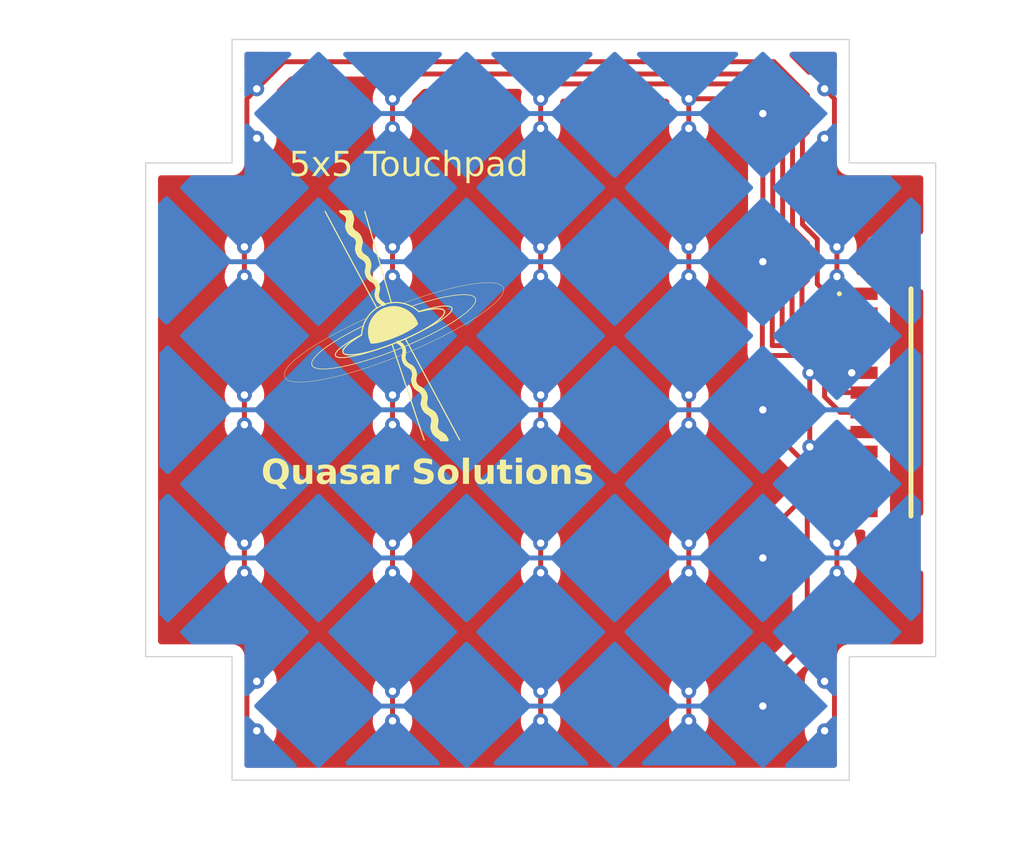
<source format=kicad_pcb>
(kicad_pcb (version 20241229) (generator "pcbnew") (generator_version "9.0")
  (layers (0 "F.Cu" signal) (2 "B.Cu" signal) (13 "F.Paste" user) (15 "B.Paste" user) (5 "F.SilkS" user "F.Silkscreen") (7 "B.SilkS" user "B.Silkscreen") (1 "F.Mask" user) (3 "B.Mask" user) (25 "Edge.Cuts" user))
  (net 0 "")
  (net 1 "unconnected-(J1-Pad8)")
  (net 2 "unconnected-(J1-Pad2)")
  (net 3 "unconnected-(J1-Pad6)")
  (net 4 "unconnected-(J1-Pad5)")
  (net 5 "unconnected-(J1-Pad3)")
  (net 8 "unconnected-(J1-Pad9)")
  (net 9 "unconnected-(J1-Pad4)")
  (net 12 "unconnected-(J1-Pad1)")
  (net 13 "unconnected-(J1-Pad7)")
  (net 14 "unconnected-(J1-Pad10)")
  (footprint "SamacSys IMPORTED:1-2483180-2" (layer "F.Cu") (at 154.05 113.2 -90)
    (property "Reference" "J1" (hide yes))
    (property "Value" "1-2483180-2" (hide yes))
  )
  (gr_poly (pts (xy 149 111) (xy 146.5 113.5) (xy 149 116) (xy 151.5 113.5)) (stroke (width 0.2)) (fill yes) (layer "B.Cu") (net 1))
  (gr_poly (pts (xy 146 120) (xy 143.5 122.5) (xy 146 125) (xy 148.5 122.5)) (stroke (width 0.2)) (fill yes) (layer "B.Cu") (net 9))
  (gr_poly (pts (xy 131 99.1) (xy 128.5 101.5) (xy 131 104) (xy 133.5 101.5)) (stroke (width 0.2)) (fill yes) (layer "B.Cu") (net 3))
  (gr_poly (pts (xy 134 114) (xy 131.5 116.5) (xy 134 119) (xy 136.5 116.5)) (stroke (width 0.2)) (fill yes) (layer "B.Cu") (net 2))
  (gr_poly (pts (xy 134 126) (xy 132.2 127.8) (xy 134 127.8) (xy 135.8 127.8)) (stroke (width 0.2)) (fill yes) (layer "B.Cu") (net 2))
  (gr_poly (pts (xy 151.9 125) (xy 149.5 122.5) (xy 152 120) (xy 154.5 122.5) (xy 154.1 122.9) (xy 151.9 122.9)) (stroke (width 0.2)) (fill yes) (layer "B.Cu") (net 4))
  (gr_poly (pts (xy 151.9 126) (xy 151.9 127.1) (xy 151.9 127.9) (xy 150 127.9)) (stroke (width 0.2)) (fill yes) (layer "B.Cu") (net 4))
  (gr_poly (pts (xy 155 111) (xy 152.5 113.5) (xy 155 116) (xy 155.3 115.7) (xy 155.3 111.3)) (stroke (width 0.2)) (fill yes) (layer "B.Cu") (net 1))
  (gr_poly (pts (xy 145.989343 126.005693) (xy 144.2 127.805693) (xy 145.989343 127.805693) (xy 147.8 127.805693)) (stroke (width 0.2)) (fill yes) (layer "B.Cu") (net 9))
  (gr_poly (pts (xy 137 99.1) (xy 134.5 101.5) (xy 137 104) (xy 139.5 101.5)) (stroke (width 0.2)) (fill yes) (layer "B.Cu") (net 3))
  (gr_poly (pts (xy 134 108) (xy 131.5 110.5) (xy 134 113) (xy 136.5 110.5)) (stroke (width 0.2)) (fill yes) (layer "B.Cu") (net 2))
  (gr_poly (pts (xy 143 111) (xy 140.5 113.5) (xy 143 116) (xy 145.5 113.5)) (stroke (width 0.2)) (fill yes) (layer "B.Cu") (net 1))
  (gr_poly (pts (xy 137 117) (xy 134.5 119.5) (xy 137 122) (xy 139.5 119.5)) (stroke (width 0.2)) (fill yes) (layer "B.Cu") (net 8))
  (gr_poly (pts (xy 152 108) (xy 149.5 110.5) (xy 152 113) (xy 154.5 110.5)) (stroke (width 0.2)) (fill yes) (layer "B.Cu") (net 4))
  (gr_poly (pts (xy 151.9 102) (xy 149.5 104.5) (xy 152 107) (xy 154.5 104.5) (xy 154.1 104.1) (xy 151.9 104.1)) (stroke (width 0.2)) (fill yes) (layer "B.Cu") (net 4))
  (gr_poly (pts (xy 145.930073 99.1) (xy 144 99.1) (xy 146.030073 101) (xy 147.9 99.1)) (stroke (width 0.2)) (fill yes) (layer "B.Cu") (net 9))
  (gr_poly (pts (xy 146 108) (xy 143.5 110.5) (xy 146 113) (xy 148.5 110.5)) (stroke (width 0.2)) (fill yes) (layer "B.Cu") (net 9))
  (gr_poly (pts (xy 151.9 99.1) (xy 150.2 99.1) (xy 151.9 100.7) (xy 151.9 100.5)) (stroke (width 0.2)) (fill yes) (layer "B.Cu") (net 4))
  (gr_poly (pts (xy 131 111) (xy 128.5 113.5) (xy 131 116) (xy 133.5 113.5)) (stroke (width 0.2)) (fill yes) (layer "B.Cu") (net 1))
  (gr_poly (pts (xy 131 117) (xy 128.5 119.5) (xy 131 122) (xy 133.5 119.5)) (stroke (width 0.2)) (fill yes) (layer "B.Cu") (net 8))
  (gr_poly (pts (xy 128 114) (xy 125.5 116.5) (xy 128 119) (xy 130.5 116.5)) (stroke (width 0.2)) (fill yes) (layer "B.Cu") (net 12))
  (gr_poly (pts (xy 128 108) (xy 125.5 110.5) (xy 128 113) (xy 130.5 110.5)) (stroke (width 0.2)) (fill yes) (layer "B.Cu") (net 12))
  (gr_poly (pts (xy 149 117) (xy 146.5 119.5) (xy 149 122) (xy 151.5 119.5)) (stroke (width 0.2)) (fill yes) (layer "B.Cu") (net 8))
  (gr_poly (pts (xy 143 117) (xy 140.5 119.5) (xy 143 122) (xy 145.5 119.5)) (stroke (width 0.2)) (fill yes) (layer "B.Cu") (net 8))
  (gr_poly (pts (xy 146 114) (xy 143.5 116.5) (xy 146 119) (xy 148.5 116.5)) (stroke (width 0.2)) (fill yes) (layer "B.Cu") (net 9))
  (gr_poly (pts (xy 155 116.95) (xy 152.5 119.45) (xy 155 121.95) (xy 155.3 121.65) (xy 155.3 117.25)) (stroke (width 0.2)) (fill yes) (layer "B.Cu") (net 8))
  (gr_poly (pts (xy 137 111) (xy 134.5 113.5) (xy 137 116) (xy 139.5 113.5)) (stroke (width 0.2)) (fill yes) (layer "B.Cu") (net 1))
  (gr_poly (pts (xy 134 120) (xy 131.5 122.5) (xy 134 125) (xy 136.5 122.5)) (stroke (width 0.2)) (fill yes) (layer "B.Cu") (net 2))
  (gr_poly (pts (xy 149 105) (xy 146.5 107.5) (xy 149 110) (xy 151.5 107.5)) (stroke (width 0.2)) (fill yes) (layer "B.Cu") (net 13))
  (gr_poly (pts (xy 143 99.1) (xy 140.5 101.5) (xy 143 104) (xy 145.5 101.5)) (stroke (width 0.2)) (fill yes) (layer "B.Cu") (net 3))
  (gr_poly (pts (xy 146 102) (xy 143.5 104.5) (xy 146 107) (xy 148.5 104.5)) (stroke (width 0.2)) (fill yes) (layer "B.Cu") (net 9))
  (gr_poly (pts (xy 128.1 99.1) (xy 129.8 99.1) (xy 128.1 100.7) (xy 128.1 100.5)) (stroke (width 0.2)) (fill yes) (layer "B.Cu") (net 12))
  (gr_poly (pts (xy 155 105) (xy 152.5 107.5) (xy 155 110) (xy 155.3 109.7) (xy 155.3 105.3)) (stroke (width 0.2)) (fill yes) (layer "B.Cu") (net 13))
  (gr_poly (pts (xy 143 123) (xy 140.5 125.5) (xy 143 127.9) (xy 145.5 125.5)) (stroke (width 0.2)) (fill yes) (layer "B.Cu") (net 14))
  (gr_poly (pts (xy 152 114) (xy 149.5 116.5) (xy 152 119) (xy 154.5 116.5)) (stroke (width 0.2)) (fill yes) (layer "B.Cu") (net 4))
  (gr_poly (pts (xy 143 105) (xy 140.5 107.5) (xy 143 110) (xy 145.5 107.5)) (stroke (width 0.2)) (fill yes) (layer "B.Cu") (net 13))
  (gr_poly (pts (xy 128.1 126) (xy 128.1 127.1) (xy 128.1 127.9) (xy 130 127.9)) (stroke (width 0.2)) (fill yes) (layer "B.Cu") (net 12))
  (gr_poly (pts (xy 139.930073 99.1) (xy 138.1 99.1) (xy 140.030073 101) (xy 142 99.1)) (stroke (width 0.2)) (fill yes) (layer "B.Cu") (net 5))
  (gr_poly (pts (xy 140 102) (xy 137.5 104.5) (xy 140 107) (xy 142.5 104.5)) (stroke (width 0.2)) (fill yes) (layer "B.Cu") (net 5))
  (gr_poly (pts (xy 124.9 111) (xy 127.4 113.5) (xy 124.9 116) (xy 124.65 115.75) (xy 124.65 111.25)) (stroke (width 0.2)) (fill yes) (layer "B.Cu") (net 1))
  (gr_poly (pts (xy 149 99.1) (xy 146.5 101.5) (xy 149 104) (xy 151.5 101.5)) (stroke (width 0.2)) (fill yes) (layer "B.Cu") (net 3))
  (gr_poly (pts (xy 124.9 117) (xy 127.4 119.5) (xy 124.9 122) (xy 124.65 121.75) (xy 124.65 117.25)) (stroke (width 0.2)) (fill yes) (layer "B.Cu") (net 8))
  (gr_poly (pts (xy 149 123) (xy 146.5 125.5) (xy 149 127.9) (xy 151.5 125.5)) (stroke (width 0.2)) (fill yes) (layer "B.Cu") (net 14))
  (gr_poly (pts (xy 133.930073 99.1) (xy 132.1 99.1) (xy 134.030073 101) (xy 135.9 99.1)) (stroke (width 0.2)) (fill yes) (layer "B.Cu") (net 2))
  (gr_poly (pts (xy 134 102) (xy 131.5 104.5) (xy 134 107) (xy 136.5 104.5)) (stroke (width 0.2)) (fill yes) (layer "B.Cu") (net 2))
  (gr_poly (pts (xy 128.1 125) (xy 130.5 122.5) (xy 128 120) (xy 125.5 122.5) (xy 125.9 122.9) (xy 128.1 122.9)) (stroke (width 0.2)) (fill yes) (layer "B.Cu") (net 12))
  (gr_poly (pts (xy 140 120) (xy 137.5 122.5) (xy 140 125) (xy 142.5 122.5)) (stroke (width 0.2)) (fill yes) (layer "B.Cu") (net 5))
  (gr_poly (pts (xy 124.85 104.95) (xy 127.35 107.45) (xy 124.85 109.95) (xy 124.6 109.7) (xy 124.6 105.2)) (stroke (width 0.2)) (fill yes) (layer "B.Cu") (net 13))
  (gr_poly (pts (xy 140 114) (xy 137.5 116.5) (xy 140 119) (xy 142.5 116.5)) (stroke (width 0.2)) (fill yes) (layer "B.Cu") (net 5))
  (gr_poly (pts (xy 131 105) (xy 128.5 107.5) (xy 131 110) (xy 133.5 107.5)) (stroke (width 0.2)) (fill yes) (layer "B.Cu") (net 13))
  (gr_poly (pts (xy 131 123) (xy 128.5 125.5) (xy 131 127.9) (xy 133.5 125.5)) (stroke (width 0.2)) (fill yes) (layer "B.Cu") (net 14))
  (gr_poly (pts (xy 137 123) (xy 134.5 125.5) (xy 137 127.9) (xy 139.5 125.5)) (stroke (width 0.2)) (fill yes) (layer "B.Cu") (net 14))
  (gr_poly (pts (xy 137 105) (xy 134.5 107.5) (xy 137 110) (xy 139.5 107.5)) (stroke (width 0.2)) (fill yes) (layer "B.Cu") (net 13))
  (gr_line (start 125.1 113.5) (end 155.3 113.5) (stroke (width 0.2)) (layer "B.Cu") (net 1))
  (gr_poly (pts (xy 128.1 102) (xy 130.5 104.5) (xy 128 107) (xy 125.5 104.5) (xy 125.9 104.1) (xy 128.1 104.1)) (stroke (width 0.2)) (fill yes) (layer "B.Cu") (net 12))
  (gr_poly (pts (xy 140 108) (xy 137.5 110.5) (xy 140 113) (xy 142.5 110.5)) (stroke (width 0.2)) (fill yes) (layer "B.Cu") (net 5))
  (gr_poly (pts (xy 139.989343 126.005693) (xy 138.2 127.805693) (xy 139.989343 127.805693) (xy 141.8 127.805693)) (stroke (width 0.2)) (fill yes) (layer "B.Cu") (net 5))
  (gr_curve (pts (xy 130.736656 111.690011) (xy 130.614418 111.390251) (xy 131.495362 110.735355) (xy 132.815064 110.099812)) (stroke (width 0.027781) (color 35 31 32 1)) (layer "F.SilkS"))
  (gr_poly (pts (xy 134.038645 110.059376) (xy 134.044991 110.075577) (xy 134.050752 110.092011) (xy 134.053391 110.100312) (xy 134.055856 110.108667) (xy 134.058137 110.117076) (xy 134.060225 110.125536) (xy 134.062111 110.134048) (xy 134.063786 110.142608) (xy 134.06524 110.151217) (xy 134.066464 110.159874) (xy 134.067448 110.168576) (xy 134.068183 110.177322) (xy 134.068496 110.181527) (xy 134.068742 110.18574) (xy 134.068922 110.189957) (xy 134.06904 110.194176) (xy 134.069097 110.198395) (xy 134.069095 110.202611) (xy 134.069037 110.206824) (xy 134.068924 110.21103) (xy 134.068908 110.212835) (xy 134.068866 110.214641) (xy 134.068739 110.218253) (xy 134.067056 110.216171) (xy 134.065347 110.214098) (xy 134.063621 110.212041) (xy 134.061886 110.210011) (xy 134.062349 110.202603) (xy 134.062471 110.199504) (xy 134.062559 110.196391) (xy 134.062639 110.190136) (xy 134.062597 110.183864) (xy 134.062442 110.1776) (xy 134.062073 110.168996) (xy 134.061456 110.160409) (xy 134.0606 110.151843) (xy 134.059515 110.143299) (xy 134.058209 110.13478) (xy 134.056691 110.126288) (xy 134.05497 110.117826) (xy 134.053054 110.109397) (xy 134.048675 110.092644) (xy 134.043625 110.07605) (xy 134.037973 110.059635) (xy 134.03179 110.043416)) (stroke (width -0.000001)) (fill yes) (layer "F.SilkS"))
  (gr_curve (pts (xy 134.805499 112.265637) (xy 134.82439 112.13525) (xy 134.8706 112.067742) (xy 134.81476 111.932355)) (stroke (width -0.000001)) (layer "F.SilkS"))
  (gr_curve (pts (xy 132.412605 106.228031) (xy 132.444276 106.266925) (xy 132.515952 106.303318) (xy 132.561883 106.338693)) (stroke (width -0.000001)) (layer "F.SilkS"))
  (gr_curve (pts (xy 135.195084 113.198531) (xy 135.212216 113.073053) (xy 135.259444 113.004341) (xy 135.206197 112.876917)) (stroke (width -0.000001)) (layer "F.SilkS"))
  (gr_curve (pts (xy 135.70163 114.501102) (xy 135.689221 114.485266) (xy 135.671719 114.463782) (xy 135.66181 114.446095)) (stroke (width -0.000001)) (layer "F.SilkS"))
  (gr_curve (pts (xy 136.13048 114.559072) (xy 136.159465 114.592965) (xy 136.181967 114.633711) (xy 136.201044 114.672512)) (stroke (width -0.000001)) (layer "F.SilkS"))
  (gr_curve (pts (xy 135.206197 112.876917) (xy 135.144059 112.721713) (xy 135.028027 112.722731) (xy 134.925051 112.615032)) (stroke (width -0.000001)) (layer "F.SilkS"))
  (gr_line (start 132.627355 107.251215) (end 132.56531 107.144442) (stroke (width -0.000001)) (layer "F.SilkS"))
  (gr_curve (pts (xy 133.620905 109.246279) (xy 133.565435 109.205348) (xy 133.502464 109.182382) (xy 133.436252 109.117374)) (stroke (width -0.000001)) (layer "F.SilkS"))
  (gr_curve (pts (xy 134.944682 112.433714) (xy 135.001449 112.553822) (xy 135.072013 112.569843) (xy 135.176934 112.635684)) (stroke (width -0.000001)) (layer "F.SilkS"))
  (gr_curve (pts (xy 132.143683 106.138761) (xy 132.142017 106.131538) (xy 132.139979 106.124593) (xy 132.13859 106.117277)) (stroke (width -0.000001)) (layer "F.SilkS"))
  (gr_curve (pts (xy 132.145814 105.920771) (xy 132.168594 105.828907) (xy 132.184059 105.773345) (xy 132.146832 105.688242)) (stroke (width -0.000001)) (layer "F.SilkS"))
  (gr_curve (pts (xy 135.587819 114.110405) (xy 135.596246 114.050212) (xy 135.623379 113.976036) (xy 135.620601 113.923067)) (stroke (width -0.000001)) (layer "F.SilkS"))
  (gr_curve (pts (xy 135.348808 113.254095) (xy 135.354272 113.321603) (xy 135.391869 113.401799) (xy 135.440578 113.448378)) (stroke (width -0.000001)) (layer "F.SilkS"))
  (gr_curve (pts (xy 132.146832 105.688242) (xy 132.113772 105.611936) (xy 132.070248 105.583969) (xy 131.994869 105.541371)) (stroke (width -0.000001)) (layer "F.SilkS"))
  (gr_curve (pts (xy 133.045741 108.200408) (xy 132.964805 108.113637) (xy 132.91804 107.99353) (xy 132.926189 107.873885)) (stroke (width -0.000001)) (layer "F.SilkS"))
  (gr_curve (pts (xy 135.055622 109.514461) (xy 135.804882 109.290266) (xy 136.346153 109.224702) (xy 136.408383 109.377407)) (stroke (width 0.036763) (color 35 31 32 1)) (layer "F.SilkS"))
  (gr_curve (pts (xy 135.938419 114.683347) (xy 135.90647 114.645935) (xy 135.832202 114.610374) (xy 135.785529 114.576296)) (stroke (width -0.000001)) (layer "F.SilkS"))
  (gr_line (start 132.135442 106.094774) (end 132.132478 106.072179) (stroke (width -0.000001)) (layer "F.SilkS"))
  (gr_curve (pts (xy 134.647887 111.752888) (xy 134.608252 111.729182) (xy 134.564265 111.701401) (xy 134.528798 111.663525)) (stroke (width -0.000001)) (layer "F.SilkS"))
  (gr_line (start 135.869707 114.367289) (end 135.961014 114.427944) (stroke (width -0.000001)) (layer "F.SilkS"))
  (gr_curve (pts (xy 135.193418 113.219552) (xy 135.193973 113.212515) (xy 135.194066 113.205292) (xy 135.195084 113.198531)) (stroke (width -0.000001)) (layer "F.SilkS"))
  (gr_line (start 136.115571 114.541292) (end 136.13048 114.559072) (stroke (width -0.000001)) (layer "F.SilkS"))
  (gr_curve (pts (xy 133.420509 108.722231) (xy 133.407637 108.765941) (xy 133.397543 108.805853) (xy 133.397265 108.846136)) (stroke (width -0.000001)) (layer "F.SilkS"))
  (gr_line (start 132.13859 106.117277) (end 132.135442 106.094774) (stroke (width -0.000001)) (layer "F.SilkS"))
  (gr_line (start 135.192121 113.240666) (end 135.193418 113.219552) (stroke (width -0.000001)) (layer "F.SilkS"))
  (gr_poly (pts (xy 132.284997 105.465992) (xy 132.298795 105.48479) (xy 132.303735 105.491504) (xy 132.30852 105.498371) (xy 132.313156 105.505375) (xy 132.317646 105.512502) (xy 132.321995 105.519738) (xy 132.326207 105.527068) (xy 132.334239 105.54195) (xy 132.341776 105.557032) (xy 132.348853 105.572197) (xy 132.355505 105.587327) (xy 132.361766 105.602305) (xy 132.367049 105.617655) (xy 132.372136 105.633322) (xy 132.376926 105.649257) (xy 132.381317 105.665415) (xy 132.385209 105.681746) (xy 132.388501 105.698202) (xy 132.38989 105.706463) (xy 132.391092 105.714737) (xy 132.392093 105.723019) (xy 132.392881 105.731303) (xy 132.395103 105.754268) (xy 132.395015 105.759263) (xy 132.395006 105.764929) (xy 132.395092 105.777396) (xy 132.39509 105.789898) (xy 132.394973 105.795608) (xy 132.394733 105.800663) (xy 132.393155 105.818631) (xy 132.390897 105.836543) (xy 132.388025 105.854379) (xy 132.384604 105.872119) (xy 132.380702 105.889741) (xy 132.376384 105.907226) (xy 132.371717 105.924552) (xy 132.366766 105.941699) (xy 132.362187 105.957561) (xy 132.358118 105.972384) (xy 132.354585 105.986303) (xy 132.351614 105.99945) (xy 132.349228 106.011958) (xy 132.347454 106.023962) (xy 132.346804 106.029817) (xy 132.346315 106.035595) (xy 132.345992 106.041314) (xy 132.345838 106.04699) (xy 132.345882 106.058199) (xy 132.346621 106.069791) (xy 132.348024 106.081688) (xy 132.350058 106.093809) (xy 132.352695 106.106076) (xy 132.355902 106.11841) (xy 132.35965 106.130732) (xy 132.363907 106.142963) (xy 132.368643 106.155023) (xy 132.373826 106.166834) (xy 132.379426 106.178316) (xy 132.385413 106.189391) (xy 132.391755 106.199979) (xy 132.398421 106.210001) (xy 132.405382 106.219378) (xy 132.412605 106.228031) (xy 132.418996 106.235295) (xy 132.426229 106.242502) (xy 132.434206 106.249655) (xy 132.442832 106.256756) (xy 132.45201 106.263807) (xy 132.461645 106.27081) (xy 132.481896 106.284682) (xy 132.523635 106.311948) (xy 132.54358 106.325377) (xy 132.552985 106.332048) (xy 132.561883 106.338693) (xy 132.567344 106.342782) (xy 132.572722 106.346957) (xy 132.578018 106.351215) (xy 132.583237 106.355557) (xy 132.593453 106.364486) (xy 132.603393 106.373732) (xy 132.613081 106.383287) (xy 132.622542 106.39314) (xy 132.631798 106.403282) (xy 132.640874 106.413703) (xy 132.649731 106.425446) (xy 132.658207 106.437404) (xy 132.666304 106.449572) (xy 132.674021 106.461942) (xy 132.681358 106.47451) (xy 132.688315 106.487268) (xy 132.694893 106.500211) (xy 132.70109 106.513333) (xy 132.706908 106.526627) (xy 132.712346 106.540088) (xy 132.717404 106.553709) (xy 132.722082 106.567485) (xy 132.726381 106.581408) (xy 132.7303 106.595474) (xy 132.733838 106.609675) (xy 132.736997 106.624007) (xy 132.737968 106.628108) (xy 132.738837 106.632185) (xy 132.74031 106.640277) (xy 132.741489 106.648311) (xy 132.74245 106.656314) (xy 132.74561 106.688552) (xy 132.74561 106.710499) (xy 132.745604 106.715999) (xy 132.745563 106.721507) (xy 132.745453 106.726998) (xy 132.745362 106.729729) (xy 132.745239 106.732446) (xy 132.743701 106.749762) (xy 132.741493 106.767038) (xy 132.738684 106.784251) (xy 132.735342 106.801378) (xy 132.731536 106.818397) (xy 132.727333 106.835284) (xy 132.722803 106.852018) (xy 132.718014 106.868574) (xy 132.713402 106.884535) (xy 132.709249 106.899708) (xy 132.705598 106.914197) (xy 132.702491 106.928107) (xy 132.699969 106.941544) (xy 132.698076 106.954613) (xy 132.697379 106.961043) (xy 132.696854 106.96742) (xy 132.696507 106.973758) (xy 132.696344 106.980069) (xy 132.696485 106.992568) (xy 132.697341 107.005362) (xy 132.698886 107.018382) (xy 132.701092 107.031559) (xy 132.703932 107.044823) (xy 132.707379 107.058105) (xy 132.711407 107.071336) (xy 132.715988 107.084446) (xy 132.721095 107.097366) (xy 132.726702 107.110027) (xy 132.732781 107.12236) (xy 132.739305 107.134294) (xy 132.746248 107.145762) (xy 132.753582 107.156693) (xy 132.76128 107.167018) (xy 132.769316 107.176668) (xy 132.776267 107.184465) (xy 132.783937 107.192102) (xy 132.792248 107.199592) (xy 132.801119 107.20695) (xy 132.810468 107.21419) (xy 132.820216 107.221328) (xy 132.840587 107.235356) (xy 132.882573 107.262825) (xy 132.902901 107.2765) (xy 132.912617 107.283375) (xy 132.921928 107.290293) (xy 132.92984 107.296362) (xy 132.933785 107.299445) (xy 132.937717 107.302586) (xy 132.941632 107.305806) (xy 132.945525 107.309124) (xy 132.949392 107.312558) (xy 132.953228 107.31613) (xy 132.968508 107.330113) (xy 132.984235 107.347522) (xy 132.998975 107.365523) (xy 133.012717 107.38409) (xy 133.025451 107.403194) (xy 133.037165 107.422807) (xy 133.047851 107.442902) (xy 133.057495 107.463451) (xy 133.06609 107.484426) (xy 133.073622 107.5058) (xy 133.080083 107.527543) (xy 133.085462 107.54963) (xy 133.089747 107.572031) (xy 133.092929 107.59472) (xy 133.094996 107.617667) (xy 133.095939 107.640846) (xy 133.095746 107.664229) (xy 133.094642 107.679926) (xy 133.092699 107.695682) (xy 133.09004 107.711481) (xy 133.086789 107.727305) (xy 133.079009 107.758966) (xy 133.070349 107.790529) (xy 133.061803 107.821863) (xy 133.057882 107.837402) (xy 133.054361 107.852833) (xy 133.051364 107.86814) (xy 133.049015 107.883306) (xy 133.047439 107.898315) (xy 133.046758 107.913149) (xy 133.047012 107.926936) (xy 133.047999 107.940929) (xy 133.049699 107.955069) (xy 133.052086 107.969296) (xy 133.055139 107.983551) (xy 133.058833 107.997775) (xy 133.063147 108.011909) (xy 133.068057 108.025894) (xy 133.07354 108.039671) (xy 133.079573 108.05318) (xy 133.086133 108.066362) (xy 133.093196 108.079159) (xy 133.100741 108.091511) (xy 133.108743 108.103358) (xy 133.117179 108.114643) (xy 133.126027 108.125305) (xy 133.130786 108.13057) (xy 133.135718 108.135712) (xy 133.140822 108.140741) (xy 133.146095 108.145668) (xy 133.151536 108.150504) (xy 133.157143 108.155262) (xy 133.162913 108.15995) (xy 133.168845 108.164581) (xy 133.174937 108.169165) (xy 133.181186 108.173713) (xy 133.194148 108.182747) (xy 133.207716 108.19177) (xy 133.221873 108.20087) (xy 133.236543 108.210248) (xy 133.251552 108.220158) (xy 133.266735 108.230662) (xy 133.281927 108.241824) (xy 133.289474 108.247671) (xy 133.296962 108.253707) (xy 133.304369 108.259938) (xy 133.311676 108.266373) (xy 133.318861 108.27302) (xy 133.325903 108.279886) (xy 133.332784 108.286979) (xy 133.33948 108.294308) (xy 133.346024 108.301752) (xy 133.352324 108.309356) (xy 133.358386 108.317107) (xy 133.364216 108.324996) (xy 133.369819 108.333011) (xy 133.375202 108.341141) (xy 133.380371 108.349377) (xy 133.385331 108.357707) (xy 133.390088 108.36612) (xy 133.394647 108.374606) (xy 133.399016 108.383155) (xy 133.403199 108.391755) (xy 133.411032 108.409065) (xy 133.418194 108.426453) (xy 133.42433 108.444245) (xy 133.429902 108.462384) (xy 133.434824 108.480835) (xy 133.437013 108.490167) (xy 133.439007 108.499564) (xy 133.440794 108.509022) (xy 133.442365 108.518537) (xy 133.443708 108.528103) (xy 133.444812 108.537717) (xy 133.445666 108.547375) (xy 133.44626 108.557072) (xy 133.446583 108.566803) (xy 133.446623 108.576565) (xy 133.446456 108.586329) (xy 133.446003 108.59603) (xy 133.445282 108.605665) (xy 133.444314 108.615226) (xy 133.443118 108.624708) (xy 133.441714 108.634106) (xy 133.438358 108.652628) (xy 133.434404 108.670745) (xy 133.430007 108.688415) (xy 133.425323 108.705592) (xy 133.420509 108.722231) (xy 133.415826 108.738452) (xy 133.411486 108.754366) (xy 133.407571 108.770022) (xy 133.404164 108.785468) (xy 133.401348 108.800754) (xy 133.400187 108.808352) (xy 133.399204 108.815928) (xy 133.39841 108.823488) (xy 133.397816 108.831039) (xy 133.397431 108.838586) (xy 133.397265 108.846136) (xy 133.39763 108.861228) (xy 133.398746 108.876435) (xy 133.400596 108.891706) (xy 133.40316 108.906994) (xy 133.40642 108.922249) (xy 133.410356 108.937423) (xy 133.414951 108.952467) (xy 133.420185 108.967331) (xy 133.426039 108.981968) (xy 133.432496 108.996328) (xy 133.439536 109.010362) (xy 133.447141 109.024022) (xy 133.455292 109.037259) (xy 133.463969 109.050024) (xy 133.473156 109.062268) (xy 133.482831 109.073942) (xy 133.493163 109.084991) (xy 133.504105 109.095446) (xy 133.515582 109.105388) (xy 133.527519 109.114899) (xy 133.539839 109.124059) (xy 133.552469 109.13295) (xy 133.578353 109.150248) (xy 133.604566 109.167441) (xy 133.630506 109.18518) (xy 133.643185 109.194456) (xy 133.655569 109.204112) (xy 133.667583 109.214228) (xy 133.679152 109.224887) (xy 133.620905 109.246279) (xy 133.610418 109.238801) (xy 133.599761 109.231655) (xy 133.577963 109.218012) (xy 133.532607 109.190856) (xy 133.520938 109.183581) (xy 133.509149 109.175936) (xy 133.497247 109.167834) (xy 133.485237 109.159185) (xy 133.473127 109.149903) (xy 133.460922 109.139899) (xy 133.448628 109.129085) (xy 133.436252 109.117374) (xy 133.423657 109.103246) (xy 133.411747 109.088656) (xy 133.400533 109.073623) (xy 133.390023 109.058168) (xy 133.380225 109.042311) (xy 133.37115 109.02607) (xy 133.362805 109.009467) (xy 133.355201 108.992521) (xy 133.348345 108.975251) (xy 133.342247 108.957677) (xy 133.336915 108.93982) (xy 133.332359 108.921699) (xy 133.328588 108.903333) (xy 133.325611 108.884743) (xy 133.323435 108.865949) (xy 133.322072 108.84697) (xy 133.322632 108.819131) (xy 133.324781 108.792893) (xy 133.32818 108.768019) (xy 133.332491 108.744272) (xy 133.352087 108.655812) (xy 133.355881 108.634143) (xy 133.358557 108.612179) (xy 133.359776 108.589681) (xy 133.359733 108.578159) (xy 133.359199 108.566414) (xy 133.358131 108.554418) (xy 133.356488 108.54214) (xy 133.354226 108.529551) (xy 133.351304 108.516621) (xy 133.347679 108.503321) (xy 133.343309 108.489621) (xy 133.338152 108.475492) (xy 133.332165 108.460903) (xy 133.325771 108.446515) (xy 133.319113 108.433042) (xy 133.312201 108.420432) (xy 133.305045 108.408636) (xy 133.297655 108.397601) (xy 133.290042 108.387277) (xy 133.282213 108.377611) (xy 133.274181 108.368554) (xy 133.265954 108.360053) (xy 133.257542 108.352058) (xy 133.248956 108.344517) (xy 133.240204 108.337379) (xy 133.222246 108.324107) (xy 133.203747 108.311834) (xy 133.125916 108.264525) (xy 133.105895 108.251095) (xy 133.085806 108.236206) (xy 133.075761 108.228085) (xy 133.065728 108.219446) (xy 133.055718 108.210238) (xy 133.045741 108.200408) (xy 133.030971 108.183756) (xy 133.017032 108.166372) (xy 133.003955 108.148306) (xy 132.99177 108.129607) (xy 132.980508 108.110325) (xy 132.970198 108.090509) (xy 132.960871 108.070209) (xy 132.952558 108.049474) (xy 132.945289 108.028354) (xy 132.939094 108.006898) (xy 132.934004 107.985156) (xy 132.930049 107.963177) (xy 132.92726 107.941011) (xy 132.925667 107.918708) (xy 132.925299 107.896316) (xy 132.926189 107.873885) (xy 132.928939 107.849648) (xy 132.932515 107.826714) (xy 132.936683 107.804893) (xy 132.941205 107.783997) (xy 132.950368 107.744226) (xy 132.954537 107.724973) (xy 132.958114 107.70589) (xy 132.960865 107.686789) (xy 132.962552 107.66748) (xy 132.96294 107.647776) (xy 132.961792 107.627487) (xy 132.960569 107.617065) (xy 132.958872 107.606425) (xy 132.956674 107.595545) (xy 132.953944 107.584402) (xy 132.950652 107.57297) (xy 132.94677 107.561227) (xy 132.942268 107.54915) (xy 132.937116 107.536713) (xy 132.931033 107.523052) (xy 132.924652 107.51025) (xy 132.917984 107.498258) (xy 132.911042 107.487028) (xy 132.903838 107.476511) (xy 132.896384 107.466658) (xy 132.888694 107.45742) (xy 132.880778 107.448748) (xy 132.87265 107.440594) (xy 132.864321 107.432908) (xy 132.855804 107.425642) (xy 132.847111 107.418746) (xy 132.829247 107.405872) (xy 132.810827 107.393895) (xy 132.772711 107.371066) (xy 132.753212 107.359433) (xy 132.733549 107.347133) (xy 132.713821 107.333774) (xy 132.694126 107.318967) (xy 132.684322 107.310897) (xy 132.674563 107.302319) (xy 132.664861 107.293183) (xy 132.655229 107.283441) (xy 132.640505 107.267976) (xy 132.627355 107.251215) (xy 132.622539 107.245095) (xy 132.617879 107.23886) (xy 132.613368 107.232518) (xy 132.609001 107.22608) (xy 132.604769 107.219553) (xy 132.600667 107.212947) (xy 132.592825 107.19953) (xy 132.585422 107.185901) (xy 132.578404 107.172129) (xy 132.571717 107.158286) (xy 132.56531 107.144442) (xy 132.559897 107.130269) (xy 132.554633 107.115774) (xy 132.549623 107.101007) (xy 132.544972 107.086021) (xy 132.540786 107.070864) (xy 132.537169 107.05559) (xy 132.535607 107.047924) (xy 132.534227 107.040248) (xy 132.533042 107.032568) (xy 132.532065 107.02489) (xy 132.529195 107.003499) (xy 132.528669 106.99445) (xy 132.528338 106.985369) (xy 132.528248 106.967136) (xy 132.528892 106.948861) (xy 132.530237 106.930608) (xy 132.53225 106.912436) (xy 132.534899 106.89441) (xy 132.538151 106.876589) (xy 132.541974 106.859036) (xy 132.550493 106.824618) (xy 132.55764 106.792742) (xy 132.560533 106.777521) (xy 132.562883 106.762652) (xy 132.564625 106.748041) (xy 132.565692 106.733592) (xy 132.566018 106.719212) (xy 132.565537 106.704806) (xy 132.564181 106.690279) (xy 132.561885 106.675537) (xy 132.558583 106.660485) (xy 132.554208 106.645028) (xy 132.548694 106.629073) (xy 132.541974 106.612524) (xy 132.537893 106.60334) (xy 132.533705 106.594598) (xy 132.529409 106.586276) (xy 132.525001 106.578353) (xy 132.520481 106.570809) (xy 132.515846 106.563623) (xy 132.511094 106.556775) (xy 132.506223 106.550243) (xy 132.501231 106.544007) (xy 132.496116 106.538046) (xy 132.490876 106.53234) (xy 132.485509 106.526867) (xy 132.474385 106.516539) (xy 132.462728 106.506897) (xy 132.450522 106.497775) (xy 132.437751 106.489007) (xy 132.424398 106.480426) (xy 132.410447 106.471868) (xy 132.380687 106.454155) (xy 132.348339 106.434539) (xy 132.340474 106.429378) (xy 132.332655 106.424038) (xy 132.324895 106.418523) (xy 132.317206 106.412836) (xy 132.309602 106.40698) (xy 132.302096 106.400959) (xy 132.2947 106.394775) (xy 132.287428 106.388433) (xy 132.280293 106.381936) (xy 132.273308 106.375287) (xy 132.266485 106.36849) (xy 132.259838 106.361548) (xy 132.25338 106.354464) (xy 132.247124 106.347242) (xy 132.241082 106.339885) (xy 132.235269 106.332396) (xy 132.227063 106.321417) (xy 132.219214 106.310288) (xy 132.211716 106.29901) (xy 132.204564 106.287582) (xy 132.197752 106.276004) (xy 132.191274 106.264276) (xy 132.185126 106.252398) (xy 132.179302 106.240371) (xy 132.173795 106.228194) (xy 132.168601 106.215867) (xy 132.163713 106.20339) (xy 132.159127 106.190764) (xy 132.154836 106.177988) (xy 132.150836 106.165062) (xy 132.14712 106.151986) (xy 132.143683 106.138761) (xy 132.14238 106.133386) (xy 132.141033 106.128054) (xy 132.139738 106.122704) (xy 132.13914 106.120004) (xy 132.13859 106.117277) (xy 132.135442 106.094774) (xy 132.132478 106.072179) (xy 132.131738 106.049305) (xy 132.131504 106.041283) (xy 132.131458 106.033231) (xy 132.131893 106.017059) (xy 132.132976 106.000839) (xy 132.134643 105.984621) (xy 132.136826 105.968456) (xy 132.13946 105.952392) (xy 132.142478 105.936481) (xy 132.145814 105.920771) (xy 132.153925 105.887895) (xy 132.160818 105.857651) (xy 132.163642 105.843275) (xy 132.165962 105.829267) (xy 132.167712 105.815531) (xy 132.168826 105.801971) (xy 132.169236 105.78849) (xy 132.168876 105.774992) (xy 132.16768 105.761381) (xy 132.165582 105.747559) (xy 132.162514 105.733431) (xy 132.158411 105.718899) (xy 132.153206 105.703868) (xy 132.146832 105.688242) (xy 132.140505 105.674485) (xy 132.133902 105.66177) (xy 132.126991 105.650003) (xy 132.119741 105.639092) (xy 132.11212 105.628945) (xy 132.104097 105.61947) (xy 132.095641 105.610574) (xy 132.08672 105.602166) (xy 132.077304 105.594153) (xy 132.06736 105.586442) (xy 132.056857 105.578942) (xy 132.045765 105.57156) (xy 132.034051 105.564205) (xy 132.021685 105.556783) (xy 131.994869 105.541371) (xy 131.981001 105.53309) (xy 131.967216 105.524484) (xy 131.953573 105.515533) (xy 131.940128 105.506217) (xy 131.926939 105.496514) (xy 131.914064 105.486404) (xy 131.907762 105.48119) (xy 131.90156 105.475866) (xy 131.895465 105.470431) (xy 131.889485 105.46488) (xy 132.283979 105.46488)) (stroke (width -0.000001)) (fill yes) (layer "F.SilkS"))
  (gr_curve (pts (xy 134.772068 109.302768) (xy 136.153999 108.837617) (xy 137.235523 108.691673) (xy 137.35739 108.990507)) (stroke (width 0.027781) (color 35 31 32 1)) (layer "F.SilkS"))
  (gr_curve (pts (xy 135.809699 113.890933) (xy 135.81081 113.90575) (xy 135.812014 113.921585) (xy 135.812662 113.935754)) (stroke (width -0.000001)) (layer "F.SilkS"))
  (gr_line (start 135.582263 114.198564) (end 135.587819 114.110405) (stroke (width -0.000001)) (layer "F.SilkS"))
  (gr_curve (pts (xy 131.685478 111.303111) (xy 131.623526 111.151147) (xy 132.052098 110.821846) (xy 132.738943 110.460135)) (stroke (width 0.036763) (color 35 31 32 1)) (layer "F.SilkS"))
  (gr_curve (pts (xy 132.968508 107.330113) (xy 133.055 107.421328) (xy 133.099821 107.539028) (xy 133.095746 107.664229)) (stroke (width -0.000001)) (layer "F.SilkS"))
  (gr_curve (pts (xy 133.046758 107.913149) (xy 133.04611 107.986028) (xy 133.077781 108.070205) (xy 133.126027 108.125305)) (stroke (width -0.000001)) (layer "F.SilkS"))
  (gr_curve (pts (xy 135.376311 113.021473) (xy 135.375477 113.096112) (xy 135.34214 113.184827) (xy 135.348808 113.254095)) (stroke (width -0.000001)) (layer "F.SilkS"))
  (gr_curve (pts (xy 132.541974 106.859036) (xy 132.566051 106.763191) (xy 132.581146 106.702535) (xy 132.541974 106.612524)) (stroke (width -0.000001)) (layer "F.SilkS"))
  (gr_line (start 132.640505 107.267976) (end 132.627355 107.251215) (stroke (width -0.000001)) (layer "F.SilkS"))
  (gr_poly (pts (xy 134.105009 109.322156) (xy 134.192529 109.33103) (xy 134.27858 109.347333) (xy 134.362688 109.370867) (xy 134.44438 109.401431) (xy 134.523184 109.438828) (xy 134.598626 109.482857) (xy 134.670232 109.533319) (xy 134.73753 109.590015) (xy 134.800047 109.652746) (xy 134.857309 109.721312) (xy 134.883822 109.757721) (xy 134.908844 109.795515) (xy 134.915685 109.806479) (xy 134.92239 109.817562) (xy 134.92896 109.828759) (xy 134.935398 109.840069) (xy 134.941706 109.851487) (xy 134.947885 109.86301) (xy 134.953939 109.874635) (xy 134.959869 109.886359) (xy 134.968065 109.90327) (xy 134.975982 109.92038) (xy 134.983622 109.937681) (xy 134.990984 109.955164) (xy 134.997181 109.970752) (xy 135.003126 109.986383) (xy 135.008812 110.002032) (xy 135.014227 110.017672) (xy 135.014227 110.017764) (xy 134.992028 110.043888) (xy 134.964236 110.071627) (xy 134.931085 110.100826) (xy 134.892806 110.131332) (xy 134.849633 110.162987) (xy 134.801799 110.195638) (xy 134.749536 110.229129) (xy 134.693076 110.263304) (xy 134.632654 110.298009) (xy 134.568501 110.333089) (xy 134.500851 110.368387) (xy 134.429936 110.40375) (xy 134.355989 110.439021) (xy 134.279242 110.474047) (xy 134.199929 110.50867) (xy 134.118282 110.542737) (xy 133.962565 110.603435) (xy 133.81242 110.656588) (xy 133.669753 110.701833) (xy 133.536474 110.738803) (xy 133.414489 110.767136) (xy 133.358328 110.777949) (xy 133.305707 110.786465) (xy 133.256863 110.79264) (xy 133.212035 110.796428) (xy 133.171462 110.797782) (xy 133.135382 110.796658) (xy 133.12684 110.779118) (xy 133.118586 110.761352) (xy 133.110626 110.743344) (xy 133.10676 110.734243) (xy 133.10297 110.725075) (xy 133.09886 110.714857) (xy 133.094866 110.704621) (xy 133.090991 110.694368) (xy 133.087239 110.684098) (xy 133.083613 110.67381) (xy 133.080116 110.663505) (xy 133.076751 110.653182) (xy 133.073522 110.642843) (xy 133.070084 110.631717) (xy 133.066785 110.62057) (xy 133.063625 110.609402) (xy 133.060604 110.598219) (xy 133.057722 110.587022) (xy 133.054978 110.575816) (xy 133.052374 110.564603) (xy 133.049908 110.553387) (xy 133.041358 110.508881) (xy 133.034844 110.464322) (xy 133.030339 110.419767) (xy 133.027821 110.375277) (xy 133.027262 110.33091) (xy 133.028639 110.286726) (xy 133.037099 110.199144) (xy 133.053 110.113004) (xy 133.076144 110.02878) (xy 133.106329 109.946947) (xy 133.143357 109.867977) (xy 133.187028 109.792346) (xy 133.237141 109.720527) (xy 133.293498 109.652993) (xy 133.355897 109.59022) (xy 133.3893 109.560766) (xy 133.42414 109.53268) (xy 133.46039 109.506022) (xy 133.498026 109.480849) (xy 133.537023 109.457222) (xy 133.577356 109.435199) (xy 133.618999 109.414841) (xy 133.661929 109.396205) (xy 133.705672 109.379508) (xy 133.749699 109.364942) (xy 133.793949 109.352483) (xy 133.838365 109.342105) (xy 133.882886 109.333784) (xy 133.927454 109.327494) (xy 134.016493 109.320911)) (stroke (width 0.046302) (color 35 31 32 1)) (fill yes) (layer "F.SilkS"))
  (gr_curve (pts (xy 132.736997 106.624007) (xy 132.742461 106.645954) (xy 132.743202 106.666697) (xy 132.74561 106.688552)) (stroke (width -0.000001)) (layer "F.SilkS"))
  (gr_curve (pts (xy 134.58223 111.610648) (xy 134.647978 111.67473) (xy 134.743083 111.698067) (xy 134.811518 111.767983)) (stroke (width -0.000001)) (layer "F.SilkS"))
  (gr_curve (pts (xy 135.450209 113.663312) (xy 135.39798 113.632846) (xy 135.346492 113.596915) (xy 135.30621 113.550613)) (stroke (width -0.000001)) (layer "F.SilkS"))
  (gr_curve (pts (xy 134.477216 111.386176) (xy 134.484254 111.467575) (xy 134.524352 111.553512) (xy 134.58223 111.610648)) (stroke (width -0.000001)) (layer "F.SilkS"))
  (gr_curve (pts (xy 132.345838 106.04699) (xy 132.344171 106.105609) (xy 132.373434 106.183952) (xy 132.412605 106.228031)) (stroke (width -0.000001)) (layer "F.SilkS"))
  (gr_curve (pts (xy 137.35739 108.990507) (xy 137.507409 109.35833) (xy 136.146869 110.260851) (xy 134.318585 111.006314)) (stroke (width 0.027781) (color 35 31 32 1)) (layer "F.SilkS"))
  (gr_curve (pts (xy 132.937116 107.536713) (xy 132.873868 107.386232) (xy 132.757557 107.390769) (xy 132.655229 107.283441)) (stroke (width -0.000001)) (layer "F.SilkS"))
  (gr_curve (pts (xy 134.749844 111.829009) (xy 134.722433 111.799561) (xy 134.687706 111.776595) (xy 134.647887 111.752888)) (stroke (width -0.000001)) (layer "F.SilkS"))
  (gr_line (start 132.561883 106.338693) (end 132.640874 106.413703) (stroke (width -0.000001)) (layer "F.SilkS"))
  (gr_curve (pts (xy 133.332165 108.460903) (xy 133.265398 108.302365) (xy 133.151958 108.308755) (xy 133.045741 108.200408)) (stroke (width -0.000001)) (layer "F.SilkS"))
  (gr_curve (pts (xy 136.408383 109.377407) (xy 136.500062 109.602342) (xy 135.517161 110.215752) (xy 134.213016 110.747486)) (stroke (width 0.036763) (color 35 31 32 1)) (layer "F.SilkS"))
  (gr_curve (pts (xy 132.529195 107.003499) (xy 132.525861 106.955344) (xy 132.531047 106.905431) (xy 132.541974 106.859036)) (stroke (width -0.000001)) (layer "F.SilkS"))
  (gr_curve (pts (xy 133.436252 109.117374) (xy 133.367262 109.043291) (xy 133.327165 108.948649) (xy 133.322072 108.84697)) (stroke (width -0.000001)) (layer "F.SilkS"))
  (gr_line (start 133.366522 109.377777) (end 131.26876 105.464881) (stroke (width 0.046302) (color 35 31 32 1)) (layer "F.SilkS"))
  (gr_curve (pts (xy 134.811518 111.767983) (xy 134.885787 111.843733) (xy 134.930051 111.9393) (xy 134.939774 112.045332)) (stroke (width -0.000001)) (layer "F.SilkS"))
  (gr_curve (pts (xy 134.42323 110.987885) (xy 134.405635 110.947325) (xy 134.383503 110.909172) (xy 134.353591 110.877594)) (stroke (width -0.000001)) (layer "F.SilkS"))
  (gr_line (start 135.193695 113.283728) (end 135.192769 113.262243) (stroke (width -0.000001)) (layer "F.SilkS"))
  (gr_line (start 135.176934 112.635684) (end 135.240738 112.686895) (stroke (width -0.000001)) (layer "F.SilkS"))
  (gr_line (start 135.199715 113.326233) (end 135.196566 113.305027) (stroke (width -0.000001)) (layer "F.SilkS"))
  (gr_curve (pts (xy 132.926189 107.873885) (xy 132.938227 107.740813) (xy 132.995642 107.67136) (xy 132.937116 107.536713)) (stroke (width -0.000001)) (layer "F.SilkS"))
  (gr_curve (pts (xy 133.33948 108.294308) (xy 133.37504 108.333571) (xy 133.399951 108.380059) (xy 133.418194 108.426453)) (stroke (width -0.000001)) (layer "F.SilkS"))
  (gr_curve (pts (xy 134.925051 112.615032) (xy 134.838836 112.521039) (xy 134.791701 112.392412) (xy 134.805499 112.265637)) (stroke (width -0.000001)) (layer "F.SilkS"))
  (gr_curve (pts (xy 135.440578 113.448378) (xy 135.490029 113.497181) (xy 135.579855 113.528018) (xy 135.636992 113.576728)) (stroke (width -0.000001)) (layer "F.SilkS"))
  (gr_curve (pts (xy 134.318585 111.006314) (xy 132.490301 111.751778) (xy 130.886674 112.057835) (xy 130.736656 111.690011)) (stroke (width 0.027781) (color 35 31 32 1)) (layer "F.SilkS"))
  (gr_line (start 132.132478 106.072179) (end 132.131738 106.049305) (stroke (width -0.000001)) (layer "F.SilkS"))
  (gr_line (start 132.655229 107.283441) (end 132.640505 107.267976) (stroke (width -0.000001)) (layer "F.SilkS"))
  (gr_curve (pts (xy 133.221873 108.20087) (xy 133.260396 108.225225) (xy 133.304291 108.25458) (xy 133.33948 108.294308)) (stroke (width -0.000001)) (layer "F.SilkS"))
  (gr_line (start 136.201044 114.672512) (end 136.22188 114.725297) (stroke (width -0.000001)) (layer "F.SilkS"))
  (gr_curve (pts (xy 132.235269 106.332396) (xy 132.190541 106.274241) (xy 132.161279 106.209696) (xy 132.143683 106.138761)) (stroke (width -0.000001)) (layer "F.SilkS"))
  (gr_line (start 135.812662 113.935754) (end 135.807477 114.011319) (stroke (width -0.000001)) (layer "F.SilkS"))
  (gr_line (start 131.889485 105.46488) (end 132.283979 105.46488) (stroke (width -0.000001)) (layer "F.SilkS"))
  (gr_curve (pts (xy 134.413691 111.389417) (xy 134.412024 111.229397) (xy 134.494071 111.159111) (xy 134.42323 110.987885)) (stroke (width -0.000001)) (layer "F.SilkS"))
  (gr_curve (pts (xy 134.38239 110.849072) (xy 134.417857 110.88352) (xy 134.444619 110.925563) (xy 134.465641 110.969179)) (stroke (width -0.000001)) (layer "F.SilkS"))
  (gr_line (start 135.969071 114.725297) (end 135.938419 114.683347) (stroke (width -0.000001)) (layer "F.SilkS"))
  (gr_line (start 132.74561 106.688552) (end 132.74561 106.710499) (stroke (width -0.000001)) (layer "F.SilkS"))
  (gr_curve (pts (xy 134.489903 111.25653) (xy 134.480642 111.301814) (xy 134.47379 111.344412) (xy 134.477216 111.386176)) (stroke (width -0.000001)) (layer "F.SilkS"))
  (gr_curve (pts (xy 133.397265 108.846136) (xy 133.397173 108.926238) (xy 133.429954 109.013286) (xy 133.482831 109.073942)) (stroke (width -0.000001)) (layer "F.SilkS"))
  (gr_curve (pts (xy 132.921928 107.290293) (xy 132.932485 107.29835) (xy 132.943042 107.306406) (xy 132.953228 107.31613)) (stroke (width -0.000001)) (layer "F.SilkS"))
  (gr_curve (pts (xy 132.361766 105.602305) (xy 132.376027 105.642773) (xy 132.389269 105.68713) (xy 132.392881 105.731303)) (stroke (width -0.000001)) (layer "F.SilkS"))
  (gr_line (start 135.542257 113.731932) (end 135.450209 113.663312) (stroke (width -0.000001)) (layer "F.SilkS"))
  (gr_line (start 132.394733 105.800663) (end 132.366766 105.941699) (stroke (width -0.000001)) (layer "F.SilkS"))
  (gr_curve (pts (xy 132.348339 106.434539) (xy 132.306296 106.407498) (xy 132.265643 106.372679) (xy 132.235269 106.332396)) (stroke (width -0.000001)) (layer "F.SilkS"))
  (gr_curve (pts (xy 138.486606 108.556841) (xy 138.687372 109.049125) (xy 136.866589 110.256961) (xy 134.419802 111.254586)) (stroke (width 0.01389) (color 35 31 32 1)) (layer "F.SilkS"))
  (gr_line (start 132.532065 107.02489) (end 132.529195 107.003499) (stroke (width -0.000001)) (layer "F.SilkS"))
  (gr_curve (pts (xy 134.264041 110.76758) (xy 134.304694 110.78962) (xy 134.3472 110.814345) (xy 134.38239 110.849072)) (stroke (width -0.000001)) (layer "F.SilkS"))
  (gr_line (start 134.229222 110.748041) (end 134.264041 110.76758) (stroke (width -0.000001)) (layer "F.SilkS"))
  (gr_curve (pts (xy 133.095746 107.664229) (xy 133.09232 107.747758) (xy 133.047777 107.834528) (xy 133.046758 107.913149)) (stroke (width -0.000001)) (layer "F.SilkS"))
  (gr_curve (pts (xy 132.640874 106.413703) (xy 132.689121 106.475747) (xy 132.721162 106.547238) (xy 132.736997 106.624007)) (stroke (width -0.000001)) (layer "F.SilkS"))
  (gr_curve (pts (xy 134.528798 111.663525) (xy 134.459252 111.587405) (xy 134.419247 111.491929) (xy 134.413691 111.389417)) (stroke (width -0.000001)) (layer "F.SilkS"))
  (gr_curve (pts (xy 134.419802 111.254586) (xy 131.973014 112.252211) (xy 129.82682 112.661892) (xy 129.626147 112.169607)) (stroke (width 0.01389) (color 35 31 32 1)) (layer "F.SilkS"))
  (gr_curve (pts (xy 132.769316 107.176668) (xy 132.804321 107.21871) (xy 132.873496 107.253252) (xy 132.921928 107.290293)) (stroke (width -0.000001)) (layer "F.SilkS"))
  (gr_line (start 136.22188 114.725297) (end 135.969071 114.725297) (stroke (width -0.000001)) (layer "F.SilkS"))
  (gr_line (start 134.535927 110.647473) (end 136.722219 114.725297) (stroke (width 0.046302) (color 35 31 32 1)) (layer "F.SilkS"))
  (gr_curve (pts (xy 135.240738 112.686895) (xy 135.327138 112.774868) (xy 135.379645 112.897013) (xy 135.376311 113.021473)) (stroke (width -0.000001)) (layer "F.SilkS"))
  (gr_curve (pts (xy 133.322072 108.84697) (xy 133.32022 108.693802) (xy 133.4006 108.619071) (xy 133.332165 108.460903)) (stroke (width -0.000001)) (layer "F.SilkS"))
  (gr_line (start 132.284997 105.465992) (end 132.298795 105.48479) (stroke (width -0.000001)) (layer "F.SilkS"))
  (gr_curve (pts (xy 135.204623 113.346698) (xy 135.202956 113.339846) (xy 135.201104 113.333178) (xy 135.199715 113.326233)) (stroke (width -0.000001)) (layer "F.SilkS"))
  (gr_line (start 132.283979 105.46488) (end 132.284997 105.465992) (stroke (width -0.000001)) (layer "F.SilkS"))
  (gr_curve (pts (xy 134.81476 111.932355) (xy 134.797998 111.893739) (xy 134.777348 111.858179) (xy 134.749844 111.829009)) (stroke (width -0.000001)) (layer "F.SilkS"))
  (gr_line (start 132.131738 106.049305) (end 132.145814 105.920771) (stroke (width -0.000001)) (layer "F.SilkS"))
  (gr_curve (pts (xy 134.42971 109.185531) (xy 136.556828 108.400062) (xy 138.306305 108.114749) (xy 138.486606 108.556841)) (stroke (width 0.01389) (color 35 31 32 1)) (layer "F.SilkS"))
  (gr_curve (pts (xy 133.446623 108.576565) (xy 133.446531 108.628794) (xy 133.433381 108.678614) (xy 133.420509 108.722231)) (stroke (width -0.000001)) (layer "F.SilkS"))
  (gr_curve (pts (xy 132.696344 106.980069) (xy 132.69514 107.045818) (xy 132.725607 107.127125) (xy 132.769316 107.176668)) (stroke (width -0.000001)) (layer "F.SilkS"))
  (gr_line (start 135.785529 114.576296) (end 135.70163 114.501102) (stroke (width -0.000001)) (layer "F.SilkS"))
  (gr_line (start 132.74561 106.710499) (end 132.745239 106.732446) (stroke (width -0.000001)) (layer "F.SilkS"))
  (gr_curve (pts (xy 135.685609 113.621455) (xy 135.699037 113.637754) (xy 135.714871 113.655534) (xy 135.725707 113.673313)) (stroke (width -0.000001)) (layer "F.SilkS"))
  (gr_line (start 135.961014 114.427944) (end 136.064453 114.494064) (stroke (width -0.000001)) (layer "F.SilkS"))
  (gr_curve (pts (xy 135.807477 114.011319) (xy 135.799513 114.067067) (xy 135.778861 114.140594) (xy 135.784603 114.1881)) (stroke (width -0.000001)) (layer "F.SilkS"))
  (gr_poly (pts (xy 134.193331 109.152673) (xy 134.290588 109.161148) (xy 134.386615 109.176433) (xy 134.481058 109.198378) (xy 134.573564 109.226836) (xy 134.66378 109.261658) (xy 134.751352 109.302695) (xy 134.835926 109.349801) (xy 134.917148 109.402825) (xy 134.994665 109.46162) (xy 135.068123 109.526036) (xy 135.173102 109.500178) (xy 135.273943 109.477331) (xy 135.37038 109.457548) (xy 135.462145 109.440878) (xy 135.548972 109.427374) (xy 135.630593 109.417087) (xy 135.70674 109.410068) (xy 135.777147 109.406369) (xy 135.841546 109.40604) (xy 135.871409 109.407155) (xy 135.899671 109.409133) (xy 135.926296 109.411979) (xy 135.951253 109.415699) (xy 135.974507 109.420301) (xy 135.996026 109.42579) (xy 136.015775 109.432173) (xy 136.033722 109.439456) (xy 136.049833 109.447646) (xy 136.064074 109.456749) (xy 136.076413 109.466772) (xy 136.086815 109.477721) (xy 136.095248 109.489602) (xy 136.101678 109.502423) (xy 136.101632 109.502469) (xy 136.101586 109.502515) (xy 136.105723 109.515226) (xy 136.108043 109.528573) (xy 136.10857 109.54254) (xy 136.107326 109.557112) (xy 136.104335 109.572274) (xy 136.099619 109.588011) (xy 136.085105 109.621147) (xy 136.063968 109.656399) (xy 136.036392 109.693646) (xy 136.00256 109.732765) (xy 135.962656 109.773637) (xy 135.916864 109.816138) (xy 135.865367 109.860148) (xy 135.808349 109.905545) (xy 135.745994 109.952207) (xy 135.678485 110.000012) (xy 135.606007 110.048841) (xy 135.528742 110.098569) (xy 135.446874 110.149077) (xy 135.358302 110.201483) (xy 135.265242 110.25453) (xy 135.167894 110.308029) (xy 135.066456 110.361789) (xy 134.969911 110.411388) (xy 134.870261 110.461009) (xy 134.767657 110.510551) (xy 134.66225 110.559916) (xy 134.554191 110.609002) (xy 134.443631 110.657711) (xy 134.33072 110.705943) (xy 134.215609 110.753597) (xy 134.1 110.8) (xy 133.985544 110.844452) (xy 133.872423 110.886923) (xy 133.760818 110.927381) (xy 133.650911 110.965794) (xy 133.542882 111.002131) (xy 133.436913 111.036361) (xy 133.333184 111.068451) (xy 133.223055 111.100913) (xy 133.11605 111.130762) (xy 133.012415 111.157955) (xy 132.912391 111.182447) (xy 132.818547 111.203581) (xy 132.728538 111.222054) (xy 132.642579 111.237824) (xy 132.560889 111.25085) (xy 132.483682 111.26109) (xy 132.411176 111.268503) (xy 132.343587 111.273047) (xy 132.281131 111.274681) (xy 132.224026 111.273363) (xy 132.197547 111.271584) (xy 132.172487 111.269052) (xy 132.148873 111.265761) (xy 132.126731 111.261706) (xy 132.10609 111.256882) (xy 132.086975 111.251284) (xy 132.069415 111.244906) (xy 132.053435 111.237744) (xy 132.039064 111.229792) (xy 132.026328 111.221045) (xy 132.015254 111.211498) (xy 132.005869 111.201145) (xy 131.998201 111.189982) (xy 131.992276 111.178002) (xy 131.987912 111.164356) (xy 131.985636 111.149979) (xy 131.985419 111.13489) (xy 131.987234 111.119107) (xy 131.991051 111.10265) (xy 131.996843 111.085538) (xy 132.014236 111.049421) (xy 132.039188 111.010908) (xy 132.071471 110.97015) (xy 132.110858 110.927298) (xy 132.157123 110.882502) (xy 132.210039 110.835913) (xy 132.26938 110.787683) (xy 132.334919 110.737961) (xy 132.406429 110.686899) (xy 132.483684 110.634648) (xy 132.566456 110.581358) (xy 132.65452 110.52718) (xy 132.747648 110.472266) (xy 132.750531 110.423421) (xy 132.755141 110.374828) (xy 132.761457 110.32653) (xy 132.769462 110.278572) (xy 132.779138 110.230998) (xy 132.790464 110.183853) (xy 132.803424 110.13718) (xy 132.817998 110.091023) (xy 132.834168 110.045427) (xy 132.851916 110.000436) (xy 132.871221 109.956095) (xy 132.892067 109.912446) (xy 132.914435 109.869536) (xy 132.938305 109.827407) (xy 132.963659 109.786103) (xy 132.990479 109.74567) (xy 133.018747 109.706152) (xy 133.048443 109.667591) (xy 133.079548 109.630034) (xy 133.112046 109.593523) (xy 133.145916 109.558103) (xy 133.18114 109.523818) (xy 133.2177 109.490713) (xy 133.255576 109.458832) (xy 133.294752 109.428218) (xy 133.335207 109.398916) (xy 133.376923 109.370971) (xy 133.419882 109.344426) (xy 133.464065 109.319325) (xy 133.509454 109.295713) (xy 133.55603 109.273634) (xy 133.603774 109.253132) (xy 133.652244 109.234411) (xy 133.700982 109.217634) (xy 133.799082 109.189836) (xy 133.897721 109.169589) (xy 133.996544 109.156745) (xy 134.095199 109.151156)) (stroke (width 0.046302) (color 35 31 32 1)) (fill no) (layer "F.SilkS"))
  (gr_curve (pts (xy 134.465641 110.969179) (xy 134.510924 111.06521) (xy 134.513239 111.156147) (xy 134.489903 111.25653)) (stroke (width -0.000001)) (layer "F.SilkS"))
  (gr_line (start 132.878127 105.464881) (end 133.949928 109.161824) (stroke (width 0.046302) (color 35 31 32 1)) (layer "F.SilkS"))
  (gr_curve (pts (xy 135.66181 114.446095) (xy 135.615693 114.370993) (xy 135.585782 114.287094) (xy 135.582263 114.198564)) (stroke (width -0.000001)) (layer "F.SilkS"))
  (gr_curve (pts (xy 129.626147 112.169607) (xy 129.445847 111.727516) (xy 130.896213 110.708129) (xy 132.966101 109.782365)) (stroke (width 0.01389) (color 35 31 32 1)) (layer "F.SilkS"))
  (gr_line (start 135.196566 113.305027) (end 135.193695 113.283728) (stroke (width -0.000001)) (layer "F.SilkS"))
  (gr_curve (pts (xy 135.636992 113.576728) (xy 135.65366 113.589044) (xy 135.670977 113.606917) (xy 135.685609 113.621455)) (stroke (width -0.000001)) (layer "F.SilkS"))
  (gr_line (start 131.994869 105.541371) (end 131.889485 105.46488) (stroke (width -0.000001)) (layer "F.SilkS"))
  (gr_line (start 135.192769 113.262243) (end 135.192121 113.240666) (stroke (width -0.000001)) (layer "F.SilkS"))
  (gr_line (start 135.280187 114.725297) (end 133.990581 110.869815) (stroke (width 0.046302) (color 35 31 32 1)) (layer "F.SilkS"))
  (gr_line (start 132.392881 105.731303) (end 132.395103 105.754268) (stroke (width -0.000001)) (layer "F.SilkS"))
  (gr_line (start 132.56531 107.144442) (end 132.532065 107.02489) (stroke (width -0.000001)) (layer "F.SilkS"))
  (gr_line (start 132.745239 106.732446) (end 132.718014 106.868574) (stroke (width -0.000001)) (layer "F.SilkS"))
  (gr_curve (pts (xy 135.725707 113.673313) (xy 135.769601 113.73897) (xy 135.798586 113.812498) (xy 135.809699 113.890933)) (stroke (width -0.000001)) (layer "F.SilkS"))
  (gr_curve (pts (xy 134.939774 112.045332) (xy 134.948386 112.199796) (xy 134.870784 112.279344) (xy 134.944682 112.433714)) (stroke (width -0.000001)) (layer "F.SilkS"))
  (gr_line (start 132.953228 107.31613) (end 132.968508 107.330113) (stroke (width -0.000001)) (layer "F.SilkS"))
  (gr_curve (pts (xy 135.620601 113.923067) (xy 135.619397 113.859077) (xy 135.586059 113.778882) (xy 135.542257 113.731932)) (stroke (width -0.000001)) (layer "F.SilkS"))
  (gr_curve (pts (xy 132.395103 105.754268) (xy 132.394733 105.766492) (xy 132.395566 105.788254) (xy 132.394733 105.800663)) (stroke (width -0.000001)) (layer "F.SilkS"))
  (gr_curve (pts (xy 133.482831 109.073942) (xy 133.536171 109.134598) (xy 133.618774 109.166453) (xy 133.679152 109.224887)) (stroke (width -0.000001)) (layer "F.SilkS"))
  (gr_line (start 132.718014 106.868574) (end 132.696344 106.980069) (stroke (width -0.000001)) (layer "F.SilkS"))
  (gr_curve (pts (xy 133.418194 108.426453) (xy 133.435233 108.473404) (xy 133.447179 108.524429) (xy 133.446623 108.576565)) (stroke (width -0.000001)) (layer "F.SilkS"))
  (gr_curve (pts (xy 135.30621 113.550613) (xy 135.257037 113.491068) (xy 135.223051 113.42143) (xy 135.204623 113.346698)) (stroke (width -0.000001)) (layer "F.SilkS"))
  (gr_curve (pts (xy 135.784603 114.1881) (xy 135.789326 114.248571) (xy 135.825627 114.325896) (xy 135.869707 114.367289)) (stroke (width -0.000001)) (layer "F.SilkS"))
  (gr_curve (pts (xy 134.353591 110.877594) (xy 134.309234 110.829625) (xy 134.247374 110.800918) (xy 134.192552 110.76295)) (stroke (width -0.000001)) (layer "F.SilkS"))
  (gr_curve (pts (xy 133.126027 108.125305) (xy 133.150938 108.153735) (xy 133.183349 108.176422) (xy 133.221873 108.20087)) (stroke (width -0.000001)) (layer "F.SilkS"))
  (gr_curve (pts (xy 132.298795 105.48479) (xy 132.325558 105.520165) (xy 132.34556 105.56267) (xy 132.361766 105.602305)) (stroke (width -0.000001)) (layer "F.SilkS"))
  (gr_line (start 132.366766 105.941699) (end 132.345838 106.04699) (stroke (width -0.000001)) (layer "F.SilkS"))
  (gr_curve (pts (xy 134.213016 110.747486) (xy 132.908779 111.279219) (xy 131.777249 111.527953) (xy 131.685478 111.303111)) (stroke (width 0.036763) (color 35 31 32 1)) (layer "F.SilkS"))
  (gr_curve (pts (xy 132.541974 106.612524) (xy 132.499006 106.512141) (xy 132.438165 106.490564) (xy 132.348339 106.434539)) (stroke (width -0.000001)) (layer "F.SilkS"))
  (gr_poly (pts (xy 134.237801 110.753008) (xy 134.246458 110.757915) (xy 134.255202 110.762769) (xy 134.264041 110.76758) (xy 134.279355 110.775985) (xy 134.294735 110.784728) (xy 134.310074 110.793894) (xy 134.325264 110.803569) (xy 134.33277 110.808624) (xy 134.340198 110.813838) (xy 134.347536 110.819223) (xy 134.354769 110.824788) (xy 134.361884 110.830545) (xy 134.368868 110.836504) (xy 134.375708 110.842676) (xy 134.38239 110.849072) (xy 134.388939 110.855619) (xy 134.395288 110.862334) (xy 134.401442 110.869211) (xy 134.407404 110.876238) (xy 134.41318 110.883409) (xy 134.418774 110.890713) (xy 134.42419 110.898142) (xy 134.429432 110.905688) (xy 134.434505 110.913341) (xy 134.439413 110.921092) (xy 134.444161 110.928934) (xy 134.448752 110.936856) (xy 134.453191 110.944851) (xy 134.457483 110.952909) (xy 134.465641 110.969179) (xy 134.473632 110.987129) (xy 134.480642 111.004981) (xy 134.486695 111.022755) (xy 134.491817 111.040475) (xy 134.496034 111.05816) (xy 134.49937 111.075832) (xy 134.501852 111.093512) (xy 134.503504 111.111223) (xy 134.504352 111.128984) (xy 134.504421 111.146818) (xy 134.503737 111.164745) (xy 134.502325 111.182787) (xy 134.50021 111.200965) (xy 134.497418 111.219301) (xy 134.493974 111.237816) (xy 134.489903 111.25653) (xy 134.486559 111.273389) (xy 134.483532 111.290018) (xy 134.480916 111.306439) (xy 134.478802 111.322673) (xy 134.477283 111.338742) (xy 134.476775 111.346721) (xy 134.476451 111.354667) (xy 134.476321 111.362583) (xy 134.476398 111.370472) (xy 134.476693 111.378335) (xy 134.477216 111.386176) (xy 134.47892 111.401483) (xy 134.481375 111.416848) (xy 134.484561 111.432222) (xy 134.488455 111.447555) (xy 134.493034 111.4628) (xy 134.498275 111.477906) (xy 134.504158 111.492826) (xy 134.510658 111.507511) (xy 134.517754 111.521911) (xy 134.525424 111.535978) (xy 134.533645 111.549663) (xy 134.542394 111.562917) (xy 134.551649 111.575691) (xy 134.561389 111.587937) (xy 134.57159 111.599606) (xy 134.58223 111.610648) (xy 134.594888 111.622208) (xy 134.608152 111.63294) (xy 134.62194 111.642973) (xy 134.63617 111.652435) (xy 134.65076 111.661453) (xy 134.665627 111.670156) (xy 134.695866 111.687128) (xy 134.726232 111.704373) (xy 134.741257 111.713418) (xy 134.756067 111.722915) (xy 134.77058 111.732992) (xy 134.784714 111.743777) (xy 134.798387 111.755398) (xy 134.811518 111.767983) (xy 134.825091 111.782416) (xy 134.837953 111.7973) (xy 134.8501 111.812621) (xy 134.861523 111.828365) (xy 134.872216 111.844519) (xy 134.882173 111.861069) (xy 134.891387 111.878001) (xy 134.899851 111.895302) (xy 134.907558 111.912958) (xy 134.914503 111.930954) (xy 134.920677 111.949279) (xy 134.926076 111.967917) (xy 134.930692 111.986855) (xy 134.934518 112.006079) (xy 134.937547 112.025576) (xy 134.939774 112.045332) (xy 134.940436 112.073453) (xy 134.939426 112.100037) (xy 134.937092 112.125304) (xy 134.933782 112.149473) (xy 134.917746 112.239558) (xy 134.914779 112.261528) (xy 134.912925 112.283717) (xy 134.912533 112.306343) (xy 134.912994 112.317889) (xy 134.913951 112.329626) (xy 134.915447 112.341582) (xy 134.917526 112.353785) (xy 134.920232 112.366262) (xy 134.923608 112.37904) (xy 134.927697 112.392147) (xy 134.932544 112.40561) (xy 134.938191 112.419457) (xy 134.944682 112.433714) (xy 134.950045 112.444674) (xy 134.955493 112.455052) (xy 134.961029 112.464877) (xy 134.966657 112.474176) (xy 134.972381 112.482978) (xy 134.978204 112.491312) (xy 134.984131 112.499204) (xy 134.990166 112.506684) (xy 134.996311 112.513779) (xy 135.002571 112.520518) (xy 135.008949 112.526929) (xy 135.01545 112.53304) (xy 135.028833 112.544475) (xy 135.04275 112.555049) (xy 135.057232 112.564987) (xy 135.072308 112.574514) (xy 135.088009 112.583857) (xy 135.104364 112.593239) (xy 135.139159 112.613028) (xy 135.157659 112.623885) (xy 135.176934 112.635684) (xy 135.185312 112.641307) (xy 135.193675 112.647189) (xy 135.201973 112.653311) (xy 135.210156 112.659657) (xy 135.218173 112.666206) (xy 135.225977 112.672941) (xy 135.233515 112.679844) (xy 135.240738 112.686895) (xy 135.256536 112.703782) (xy 135.271507 112.721424) (xy 135.285619 112.739774) (xy 135.29884 112.758784) (xy 135.311139 112.778409) (xy 135.322482 112.798601) (xy 135.332838 112.819314) (xy 135.342175 112.840502) (xy 135.35046 112.862116) (xy 135.357661 112.884112) (xy 135.363747 112.906442) (xy 135.368684 112.92906) (xy 135.372441 112.951919) (xy 135.374986 112.974971) (xy 135.376287 112.998172) (xy 135.376311 113.021473) (xy 135.375791 113.035625) (xy 135.374616 113.050057) (xy 135.372892 113.064721) (xy 135.370724 113.079568) (xy 135.365484 113.109612) (xy 135.359746 113.139798) (xy 135.35436 113.169732) (xy 135.352064 113.184482) (xy 135.350175 113.199021) (xy 135.348798 113.213302) (xy 135.348041 113.227273) (xy 135.348008 113.240887) (xy 135.348808 113.254095) (xy 135.350203 113.26689) (xy 135.352322 113.279915) (xy 135.355132 113.293101) (xy 135.358602 113.306381) (xy 135.362703 113.319688) (xy 135.367402 113.332952) (xy 135.37267 113.346107) (xy 135.378476 113.359085) (xy 135.384788 113.371817) (xy 135.391576 113.384236) (xy 135.39881 113.396274) (xy 135.406458 113.407864) (xy 135.414489 113.418937) (xy 135.422874 113.429425) (xy 135.43158 113.439262) (xy 135.440578 113.448378) (xy 135.450305 113.457327) (xy 135.460872 113.465907) (xy 135.472171 113.474171) (xy 135.484095 113.482171) (xy 135.496537 113.489961) (xy 135.50939 113.497592) (xy 135.535903 113.512588) (xy 135.562775 113.527579) (xy 135.589152 113.542986) (xy 135.601886 113.550977) (xy 135.614176 113.559229) (xy 135.625914 113.567795) (xy 135.636992 113.576728) (xy 135.640124 113.5791) (xy 135.643267 113.581589) (xy 135.646414 113.584183) (xy 135.649563 113.586868) (xy 135.655842 113.592459) (xy 135.662064 113.598258) (xy 135.668191 113.604162) (xy 135.674184 113.610065) (xy 135.685609 113.621455) (xy 135.696015 113.633934) (xy 135.70134 113.640338) (xy 135.70663 113.646829) (xy 135.711799 113.653389) (xy 135.716759 113.660002) (xy 135.719134 113.663322) (xy 135.721424 113.666649) (xy 135.723619 113.66998) (xy 135.725707 113.673313) (xy 135.733762 113.685716) (xy 135.741463 113.698298) (xy 135.748805 113.711056) (xy 135.755786 113.723985) (xy 135.762399 113.737082) (xy 135.768642 113.750342) (xy 135.774509 113.763759) (xy 135.779996 113.777331) (xy 135.785099 113.791053) (xy 135.789813 113.80492) (xy 135.794135 113.818928) (xy 135.79806 113.833073) (xy 135.801582 113.847351) (xy 135.8047 113.861756) (xy 135.807406 113.876285) (xy 135.809699 113.890933) (xy 135.811354 113.913587) (xy 135.812082 113.924857) (xy 135.812662 113.935754) (xy 135.8125 113.945264) (xy 135.812216 113.954815) (xy 135.811803 113.964376) (xy 135.81125 113.973918) (xy 135.81055 113.983413) (xy 135.809693 113.992831) (xy 135.808672 114.002143) (xy 135.807477 114.011319) (xy 135.803972 114.032972) (xy 135.799735 114.055779) (xy 135.7909 114.1028) (xy 135.787217 114.125988) (xy 135.78576 114.137276) (xy 135.784635 114.148276) (xy 135.7839 114.158922) (xy 135.783611 114.169151) (xy 135.783826 114.178899) (xy 135.784603 114.1881) (xy 135.785853 114.199623) (xy 135.787808 114.211464) (xy 135.790434 114.223545) (xy 135.793694 114.235789) (xy 135.797556 114.248118) (xy 135.801983 114.260456) (xy 135.806942 114.272726) (xy 135.812396 114.284849) (xy 135.818312 114.296748) (xy 135.824654 114.308347) (xy 135.831387 114.319567) (xy 135.838477 114.330332) (xy 135.845889 114.340564) (xy 135.853588 114.350185) (xy 135.861539 114.35912) (xy 135.869707 114.367289) (xy 135.873962 114.371284) (xy 135.878366 114.375187) (xy 135.882929 114.379011) (xy 135.887659 114.38277) (xy 135.892566 114.386479) (xy 135.897661 114.390152) (xy 135.902952 114.393802) (xy 135.90845 114.397443) (xy 135.914164 114.40109) (xy 135.920103 114.404757) (xy 135.932696 114.412203) (xy 135.946308 114.419895) (xy 135.961014 114.427944) (xy 135.987555 114.442782) (xy 136.000865 114.450542) (xy 136.014088 114.458574) (xy 136.027142 114.466909) (xy 136.039943 114.475581) (xy 136.052408 114.484622) (xy 136.058488 114.489291) (xy 136.064453 114.494064) (xy 136.067714 114.49659) (xy 136.070998 114.49923) (xy 136.07761 114.504803) (xy 136.084232 114.510684) (xy 136.09081 114.516775) (xy 136.097288 114.522979) (xy 136.103611 114.529198) (xy 136.115571 114.541292) (xy 136.13048 114.559072) (xy 136.135839 114.565505) (xy 136.141051 114.572086) (xy 136.14612 114.578801) (xy 136.151051 114.585639) (xy 136.155847 114.592586) (xy 136.160514 114.599629) (xy 136.169478 114.613952) (xy 136.177976 114.628504) (xy 136.186046 114.643184) (xy 136.193724 114.657888) (xy 136.201044 114.672512) (xy 136.206487 114.685305) (xy 136.211809 114.698384) (xy 136.216957 114.711723) (xy 136.21945 114.718482) (xy 136.22188 114.725297) (xy 135.969071 114.725297) (xy 135.965516 114.719396) (xy 135.961872 114.71365) (xy 135.958143 114.708076) (xy 135.954335 114.70269) (xy 135.950453 114.697507) (xy 135.946503 114.692545) (xy 135.94249 114.687819) (xy 135.938419 114.683347) (xy 135.93195 114.676354) (xy 135.924591 114.669403) (xy 135.916445 114.662495) (xy 135.907615 114.655629) (xy 135.898202 114.648804) (xy 135.88831 114.64202) (xy 135.867496 114.628571) (xy 135.824616 114.602138) (xy 135.804189 114.589145) (xy 135.794587 114.582703) (xy 135.785529 114.576296) (xy 135.779768 114.572235) (xy 135.774081 114.568074) (xy 135.768468 114.563818) (xy 135.762926 114.559468) (xy 135.752056 114.550502) (xy 135.741461 114.541199) (xy 135.731131 114.531584) (xy 135.721055 114.52168) (xy 135.711225 114.511511) (xy 135.70163 114.501102) (xy 135.691566 114.488313) (xy 135.68619 114.481402) (xy 135.680782 114.474292) (xy 135.675492 114.467096) (xy 135.670467 114.459924) (xy 135.668101 114.456382) (xy 135.665857 114.452887) (xy 135.663754 114.449453) (xy 135.66181 114.446095) (xy 135.653356 114.431911) (xy 135.645296 114.417527) (xy 135.637646 114.40295) (xy 135.63042 114.388184) (xy 135.623634 114.373237) (xy 135.617303 114.358114) (xy 135.61144 114.342821) (xy 135.606062 114.327365) (xy 135.601183 114.311751) (xy 135.596819 114.295987) (xy 135.592983 114.280077) (xy 135.589691 114.264028) (xy 135.586959 114.247846) (xy 135.5848 114.231537) (xy 135.583229 114.215108) (xy 135.582263 114.198564) (xy 135.581867 114.187692) (xy 135.581842 114.17665) (xy 135.582157 114.165502) (xy 135.582784 114.154311) (xy 135.583693 114.143142) (xy 135.584854 114.132059) (xy 135.58624 114.121125) (xy 135.587819 114.110405) (xy 135.589606 114.098963) (xy 135.591761 114.087246) (xy 135.596887 114.063188) (xy 135.608412 114.014027) (xy 135.613671 113.989748) (xy 135.615926 113.977864) (xy 135.617836 113.96622) (xy 135.619329 113.954867) (xy 135.620336 113.943855) (xy 135.620783 113.933238) (xy 135.620601 113.923067) (xy 135.620004 113.910891) (xy 135.618685 113.898408) (xy 135.616677 113.885689) (xy 135.614011 113.872809) (xy 135.610719 113.859838) (xy 135.606833 113.846849) (xy 135.602384 113.833916) (xy 135.597403 113.821109) (xy 135.591924 113.808503) (xy 135.585977 113.796168) (xy 135.579595 113.784178) (xy 135.572808 113.772605) (xy 135.565649 113.761521) (xy 135.55815 113.751) (xy 135.550342 113.741112) (xy 135.542257 113.731932) (xy 135.537922 113.727348) (xy 135.533421 113.72286) (xy 135.52875 113.718457) (xy 135.523903 113.714126) (xy 135.518875 113.709854) (xy 135.513662 113.705629) (xy 135.508257 113.70144) (xy 135.502657 113.697274) (xy 135.496857 113.693119) (xy 135.49085 113.688963) (xy 135.4782 113.680597) (xy 135.464666 113.672079) (xy 135.450209 113.663312) (xy 135.430678 113.651622) (xy 135.411339 113.639361) (xy 135.392316 113.626473) (xy 135.38296 113.619776) (xy 135.373729 113.612901) (xy 135.364638 113.60584) (xy 135.355703 113.598586) (xy 135.346938 113.591132) (xy 135.338359 113.583472) (xy 135.329981 113.575596) (xy 135.32182 113.5675) (xy 135.313891 113.559174) (xy 135.30621 113.550613) (xy 135.297168 113.539331) (xy 135.288482 113.527821) (xy 135.280154 113.516088) (xy 135.272183 113.50414) (xy 135.264571 113.491985) (xy 135.257317 113.479631) (xy 135.250422 113.467083) (xy 135.243887 113.454351) (xy 135.237712 113.44144) (xy 135.231898 113.428359) (xy 135.226446 113.415114) (xy 135.221355 113.401714) (xy 135.216627 113.388165) (xy 135.212262 113.374474) (xy 135.20826 113.36065) (xy 135.204623 113.346698) (xy 135.202065 113.3365) (xy 135.200833 113.331397) (xy 135.200256 113.328825) (xy 135.199715 113.326233) (xy 135.196566 113.305027) (xy 135.193695 113.283728) (xy 135.192769 113.262243) (xy 135.192376 113.25142) (xy 135.192222 113.24603) (xy 135.192121 113.240666) (xy 135.193418 113.219552) (xy 135.193769 113.21425) (xy 135.194077 113.208938) (xy 135.194256 113.206298) (xy 135.194472 113.203678) (xy 135.194743 113.201087) (xy 135.195084 113.198531) (xy 135.198617 113.175641) (xy 135.202665 113.153912) (xy 135.211536 113.113262) (xy 135.220169 113.075227) (xy 135.223918 113.056767) (xy 135.227033 113.038454) (xy 135.229323 113.020118) (xy 135.230598 113.001589) (xy 135.230665 112.9827) (xy 135.229334 112.963281) (xy 135.228084 112.953319) (xy 135.226412 112.943162) (xy 135.224296 112.932787) (xy 135.22171 112.922174) (xy 135.218631 112.911302) (xy 135.215035 112.900149) (xy 135.210899 112.888695) (xy 135.206197 112.876917) (xy 135.200216 112.862816) (xy 135.193931 112.849582) (xy 135.187355 112.837167) (xy 135.1805 112.825521) (xy 135.173378 112.814596) (xy 135.166002 112.804345) (xy 135.158383 112.794717) (xy 135.150535 112.785666) (xy 135.142468 112.777141) (xy 135.134197 112.769096) (xy 135.125732 112.761481) (xy 135.117086 112.754247) (xy 135.099301 112.740731) (xy 135.080938 112.72816) (xy 135.003685 112.679562) (xy 134.983911 112.665893) (xy 134.964148 112.650841) (xy 134.954302 112.642674) (xy 134.944496 112.634017) (xy 134.934741 112.624819) (xy 134.925051 112.615032) (xy 134.909349 112.597012) (xy 134.894595 112.578233) (xy 134.880821 112.558749) (xy 134.868059 112.538614) (xy 134.856341 112.51788) (xy 134.845699 112.496603) (xy 134.836164 112.474834) (xy 134.82777 112.452628) (xy 134.820548 112.430037) (xy 134.81453 112.407116) (xy 134.809748 112.383918) (xy 134.806234 112.360495) (xy 134.80402 112.336903) (xy 134.803138 112.313193) (xy 134.803621 112.28942) (xy 134.805499 112.265637) (xy 134.838154 112.100871) (xy 134.840284 112.082023) (xy 134.84135 112.062924) (xy 134.841161 112.043384) (xy 134.839527 112.023211) (xy 134.83626 112.002213) (xy 134.833954 111.991345) (xy 134.831169 111.980198) (xy 134.827881 111.96875) (xy 134.824065 111.956976) (xy 134.8197 111.944852) (xy 134.81476 111.932355) (xy 134.808286 111.918023) (xy 134.801413 111.904018) (xy 134.794106 111.890377) (xy 134.790279 111.883705) (xy 134.78633 111.87714) (xy 134.782256 111.870684) (xy 134.778051 111.864345) (xy 134.773711 111.858126) (xy 134.769233 111.852032) (xy 134.764611 111.846069) (xy 134.759842 111.84024) (xy 134.754921 111.834552) (xy 134.749844 111.829009) (xy 134.744619 111.823561) (xy 134.739226 111.818255) (xy 134.733668 111.81308) (xy 134.727949 111.808025) (xy 134.722071 111.80308) (xy 134.716037 111.798233) (xy 134.709852 111.793475) (xy 134.703518 111.788795) (xy 134.697039 111.784183) (xy 134.690418 111.779627) (xy 134.676762 111.770642) (xy 134.662576 111.761758) (xy 134.647887 111.752888) (xy 134.632845 111.743796) (xy 134.617546 111.73425) (xy 134.60214 111.724182) (xy 134.586779 111.71352) (xy 134.579163 111.707945) (xy 134.571614 111.702194) (xy 134.564152 111.69626) (xy 134.556795 111.690133) (xy 134.549562 111.683805) (xy 134.542472 111.677267) (xy 134.535545 111.67051) (xy 134.528798 111.663525) (xy 134.516105 111.649029) (xy 134.504113 111.634097) (xy 134.492826 111.618747) (xy 134.482254 111.602998) (xy 134.472403 111.586868) (xy 134.46328 111.570374) (xy 134.454893 111.553535) (xy 134.447248 111.536368) (xy 134.440354 111.518892) (xy 134.434216 111.501125) (xy 134.428843 111.483085) (xy 134.424241 111.464789) (xy 134.420417 111.446257) (xy 134.41738 111.427505) (xy 134.415135 111.408553) (xy 134.413691 111.389417) (xy 134.414302 111.360418) (xy 134.416528 111.333243) (xy 134.420023 111.307613) (xy 134.42444 111.283248) (xy 134.444401 111.192853) (xy 134.448231 111.170624) (xy 134.450904 111.147985) (xy 134.452073 111.124656) (xy 134.451985 111.112645) (xy 134.451391 111.100358) (xy 134.450248 111.087758) (xy 134.448513 111.074811) (xy 134.446141 111.061482) (xy 134.443091 111.047736) (xy 134.439318 111.033538) (xy 134.434779 111.018854) (xy 134.42943 111.003648) (xy 134.42323 110.987885) (xy 134.416413 110.972796) (xy 134.409132 110.957982) (xy 134.40135 110.94349) (xy 134.397259 110.936381) (xy 134.393029 110.929371) (xy 134.388654 110.922467) (xy 134.384131 110.915673) (xy 134.379453 110.908998) (xy 134.374617 110.902445) (xy 134.369617 110.896023) (xy 134.36445 110.889736) (xy 134.359109 110.883591) (xy 134.353591 110.877594) (xy 134.345075 110.868819) (xy 134.336185 110.860453) (xy 134.326956 110.852455) (xy 134.317425 110.844784) (xy 134.307627 110.837396) (xy 134.2976 110.830251) (xy 134.287377 110.823307) (xy 134.276996 110.816522) (xy 134.255902 110.803261) (xy 134.234605 110.790135) (xy 134.213392 110.77681) (xy 134.202908 110.769968) (xy 134.192552 110.76295) (xy 134.229222 110.748041)) (stroke (width -0.000001)) (fill yes) (layer "F.SilkS"))
  (gr_line (start 136.064453 114.494064) (end 136.115571 114.541292) (stroke (width -0.000001)) (layer "F.SilkS"))
  (gr_line (start 127.5 98.5) (end 152.5 98.5) (stroke (width 0.05)) (layer "Edge.Cuts"))
  (gr_line (start 124 103.5) (end 127.5 103.5) (stroke (width 0.05)) (layer "Edge.Cuts"))
  (gr_line (start 152.5 98.5) (end 152.5 103.5) (stroke (width 0.05)) (layer "Edge.Cuts"))
  (gr_line (start 127.5 103.5) (end 127.5 98.5) (stroke (width 0.05)) (layer "Edge.Cuts"))
  (gr_line (start 152.5 103.5) (end 156 103.5) (stroke (width 0.05)) (layer "Edge.Cuts"))
  (gr_line (start 152.5 128.5) (end 127.5 128.5) (stroke (width 0.05)) (layer "Edge.Cuts"))
  (gr_line (start 156 123.5) (end 152.5 123.5) (stroke (width 0.05)) (layer "Edge.Cuts"))
  (gr_line (start 127.5 128.5) (end 127.5 123.5) (stroke (width 0.05)) (layer "Edge.Cuts"))
  (gr_line (start 127.5 123.5) (end 124 123.5) (stroke (width 0.05)) (layer "Edge.Cuts"))
  (gr_line (start 124 123.5) (end 124 103.5) (stroke (width 0.05)) (layer "Edge.Cuts"))
  (gr_line (start 156 103.5) (end 156 123.5) (stroke (width 0.05)) (layer "Edge.Cuts"))
  (gr_line (start 152.5 123.5) (end 152.5 128.5) (stroke (width 0.05)) (layer "Edge.Cuts"))
  (gr_text "Quasar Solutions" (at 128.680104 116.669607 0) (layer "F.SilkS") (effects (font (size 1 1) (thickness 0.2) (bold yes)) (justify left bottom)))
  (gr_text "5x5 Touchpad" (at 129.8 104.2 0) (layer "F.SilkS") (effects (font (size 1 1) (thickness 0.1)) (justify left bottom)))
  (segment (start 149 113.949943) (end 149 113.5) (width 0.2) (layer "F.Cu") (net 1))
  (segment (start 150.651057 115.601) (end 149 113.949943) (width 0.2) (layer "F.Cu") (net 1))
  (segment (start 153.1 114.4) (end 152.349943 114.4) (width 0.2) (layer "F.Cu") (net 1))
  (segment (start 152.349943 114.4) (end 151.148943 115.601) (width 0.2) (layer "F.Cu") (net 1))
  (segment (start 151.148943 115.601) (end 150.651057 115.601) (width 0.2) (layer "F.Cu") (net 1))
  (via (at 149 113.5) (size 0.6) (drill 0.3) (layers "F.Cu" "B.Cu") (net 1))
  (segment (start 134 100.9) (end 134 102.1) (width 0.2) (layer "F.Cu") (net 2))
  (segment (start 135.002 99.898) (end 134 100.9) (width 0.2) (layer "F.Cu") (net 2))
  (segment (start 150.203 102.281143) (end 150.403 102.081143) (width 0.2) (layer "F.Cu") (net 2))
  (segment (start 150.804 106.752757) (end 150.203 106.151757) (width 0.2) (layer "F.Cu") (net 2))
  (segment (start 134 112.9) (end 134 114.1) (width 0.2) (layer "F.Cu") (net 2))
  (segment (start 134 124.9) (end 134 126.1) (width 0.2) (layer "F.Cu") (net 2))
  (segment (start 150.203 106.151757) (end 150.203 102.281143) (width 0.2) (layer "F.Cu") (net 2))
  (segment (start 150.804 108.247243) (end 150.804 106.752757) (width 0.2) (layer "F.Cu") (net 2))
  (segment (start 150.403 100.918857) (end 149.382143 99.898) (width 0.2) (layer "F.Cu") (net 2))
  (segment (start 150.584047 108.467196) (end 150.804 108.247243) (width 0.2) (layer "F.Cu") (net 2))
  (segment (start 153.1 109.6) (end 150.584047 109.6) (width 0.2) (layer "F.Cu") (net 2))
  (segment (start 149.382143 99.898) (end 135.002 99.898) (width 0.2) (layer "F.Cu") (net 2))
  (segment (start 134 100.9) (end 134.1 100.9) (width 0.2) (layer "F.Cu") (net 2))
  (segment (start 150.403 102.081143) (end 150.403 100.918857) (width 0.2) (layer "F.Cu") (net 2))
  (segment (start 134 106.9) (end 134 108.1) (width 0.2) (layer "F.Cu") (net 2))
  (segment (start 150.584047 109.6) (end 150.584047 108.467196) (width 0.2) (layer "F.Cu") (net 2))
  (segment (start 134 118.9) (end 134 120.1) (width 0.2) (layer "F.Cu") (net 2))
  (via (at 134 114.1) (size 0.6) (drill 0.3) (layers "F.Cu" "B.Cu") (net 2))
  (via (at 134 126.1) (size 0.6) (drill 0.3) (layers "F.Cu" "B.Cu") (net 2))
  (via (at 134 124.9) (size 0.6) (drill 0.3) (layers "F.Cu" "B.Cu") (net 2))
  (via (at 134 120.1) (size 0.6) (drill 0.3) (layers "F.Cu" "B.Cu") (net 2))
  (via (at 134 108.1) (size 0.6) (drill 0.3) (layers "F.Cu" "B.Cu") (net 2))
  (via (at 134 102.1) (size 0.6) (drill 0.3) (layers "F.Cu" "B.Cu") (net 2))
  (via (at 134 112.9) (size 0.6) (drill 0.3) (layers "F.Cu" "B.Cu") (net 2))
  (via (at 134 106.9) (size 0.6) (drill 0.3) (layers "F.Cu" "B.Cu") (net 2))
  (via (at 134 118.9) (size 0.6) (drill 0.3) (layers "F.Cu" "B.Cu") (net 2))
  (via (at 134 100.9) (size 0.6) (drill 0.3) (layers "F.Cu" "B.Cu") (net 2))
  (segment (start 149.381047 107.968896) (end 149.601 107.748943) (width 0.2) (layer "F.Cu") (net 3))
  (segment (start 149.601 107.251057) (end 149.248943 106.899) (width 0.2) (layer "F.Cu") (net 3))
  (segment (start 151.901 112.8) (end 151.902 112.799) (width 0.2) (layer "F.Cu") (net 3))
  (segment (start 149.601 107.748943) (end 149.601 107.251057) (width 0.2) (layer "F.Cu") (net 3))
  (segment (start 151.902 111.5349) (end 151.2661 110.899) (width 0.2) (layer "F.Cu") (net 3))
  (segment (start 153.1 112.8) (end 151.901 112.8) (width 0.2) (layer "F.Cu") (net 3))
  (segment (start 149.248943 106.899) (end 149 106.899) (width 0.2) (layer "F.Cu") (net 3))
  (segment (start 151.902 112.799) (end 151.902 111.5349) (width 0.2) (layer "F.Cu") (net 3))
  (segment (start 149.381047 110.899) (end 149.381047 107.968896) (width 0.2) (layer "F.Cu") (net 3))
  (segment (start 151.2661 110.899) (end 149.381047 110.899) (width 0.2) (layer "F.Cu") (net 3))
  (segment (start 149 106.899) (end 149 101.5) (width 0.2) (layer "F.Cu") (net 3))
  (via (at 149 101.5) (size 0.6) (drill 0.3) (layers "F.Cu" "B.Cu") (net 3))
  (segment (start 149 101.5) (end 131 101.5) (width 0.2) (layer "B.Cu") (net 3))
  (segment (start 152 108.1) (end 152 106.9) (width 0.2) (layer "F.Cu") (net 4))
  (segment (start 150.9 112) (end 150.9 115) (width 0.2) (layer "F.Cu") (net 4))
  (segment (start 152 120.1) (end 152 118.9) (width 0.2) (layer "F.Cu") (net 4))
  (segment (start 151.9 124.9) (end 151.9 126.1) (width 0.2) (layer "F.Cu") (net 4))
  (segment (start 151.899 100.899) (end 151.5 100.5) (width 0.2) (layer "F.Cu") (net 4))
  (segment (start 151.5 124.5) (end 151.9 124.9) (width 0.2) (layer "F.Cu") (net 4))
  (segment (start 151.9 126.1) (end 151.5 126.5) (width 0.2) (layer "F.Cu") (net 4))
  (segment (start 151.899 102.101) (end 151.899 100.899) (width 0.2) (layer "F.Cu") (net 4))
  (segment (start 151.5 102.5) (end 151.899 102.101) (width 0.2) (layer "F.Cu") (net 4))
  (via (at 152.6 112) (size 0.6) (drill 0.3) (layers "F.Cu" "B.Cu") (net 4))
  (via (at 150.9 112) (size 0.6) (drill 0.3) (layers "F.Cu" "B.Cu") (net 4))
  (via (at 152 120.1) (size 0.6) (drill 0.3) (layers "F.Cu" "B.Cu") (net 4))
  (via (at 151.5 124.5) (size 0.6) (drill 0.3) (layers "F.Cu" "B.Cu") (net 4))
  (via (at 151.5 126.5) (size 0.6) (drill 0.3) (layers "F.Cu" "B.Cu") (net 4))
  (via (at 151.5 100.5) (size 0.6) (drill 0.3) (layers "F.Cu" "B.Cu") (net 4))
  (via (at 150.9 115) (size 0.6) (drill 0.3) (layers "F.Cu" "B.Cu") (net 4))
  (via (at 152 106.9) (size 0.6) (drill 0.3) (layers "F.Cu" "B.Cu") (net 4))
  (via (at 152 118.9) (size 0.6) (drill 0.3) (layers "F.Cu" "B.Cu") (net 4))
  (via (at 152 108.1) (size 0.6) (drill 0.3) (layers "F.Cu" "B.Cu") (net 4))
  (via (at 151.5 102.5) (size 0.6) (drill 0.3) (layers "F.Cu" "B.Cu") (net 4))
  (segment (start 150.002 101.915043) (end 150.002 101.084957) (width 0.2) (layer "F.Cu") (net 5))
  (segment (start 149.802 102.115043) (end 150.002 101.915043) (width 0.2) (layer "F.Cu") (net 5))
  (segment (start 152.1171 110.4) (end 151.8141 110.097) (width 0.2) (layer "F.Cu") (net 5))
  (segment (start 140 108.1) (end 140 106.9) (width 0.2) (layer "F.Cu") (net 5))
  (segment (start 140 124.9) (end 140 126.1) (width 0.2) (layer "F.Cu") (net 5))
  (segment (start 150.183047 110.097) (end 150.183047 108.301096) (width 0.2) (layer "F.Cu") (net 5))
  (segment (start 140 100.9) (end 140 102.1) (width 0.2) (layer "F.Cu") (net 5))
  (segment (start 140 114.1) (end 140 112.9) (width 0.2) (layer "F.Cu") (net 5))
  (segment (start 140 100.9) (end 140.1 100.9) (width 0.2) (layer "F.Cu") (net 5))
  (segment (start 150.183047 108.301096) (end 150.403 108.081143) (width 0.2) (layer "F.Cu") (net 5))
  (segment (start 151.8141 110.097) (end 150.183047 110.097) (width 0.2) (layer "F.Cu") (net 5))
  (segment (start 150.002 101.084957) (end 149.216043 100.299) (width 0.2) (layer "F.Cu") (net 5))
  (segment (start 153.1 110.4) (end 152.1171 110.4) (width 0.2) (layer "F.Cu") (net 5))
  (segment (start 149.216043 100.299) (end 140.601 100.299) (width 0.2) (layer "F.Cu") (net 5))
  (segment (start 140 118.9) (end 140 120.1) (width 0.2) (layer "F.Cu") (net 5))
  (segment (start 150.403 106.918857) (end 149.802 106.317857) (width 0.2) (layer "F.Cu") (net 5))
  (segment (start 150.403 108.081143) (end 150.403 106.918857) (width 0.2) (layer "F.Cu") (net 5))
  (segment (start 140.601 100.299) (end 140 100.9) (width 0.2) (layer "F.Cu") (net 5))
  (segment (start 149.802 106.317857) (end 149.802 102.115043) (width 0.2) (layer "F.Cu") (net 5))
  (via (at 140 102.1) (size 0.6) (drill 0.3) (layers "F.Cu" "B.Cu") (net 5))
  (via (at 140 124.9) (size 0.6) (drill 0.3) (layers "F.Cu" "B.Cu") (net 5))
  (via (at 140 108.1) (size 0.6) (drill 0.3) (layers "F.Cu" "B.Cu") (net 5))
  (via (at 140 114.1) (size 0.6) (drill 0.3) (layers "F.Cu" "B.Cu") (net 5))
  (via (at 140 126.1) (size 0.6) (drill 0.3) (layers "F.Cu" "B.Cu") (net 5))
  (via (at 140 100.9) (size 0.6) (drill 0.3) (layers "F.Cu" "B.Cu") (net 5))
  (via (at 140 118.9) (size 0.6) (drill 0.3) (layers "F.Cu" "B.Cu") (net 5))
  (via (at 140 112.9) (size 0.6) (drill 0.3) (layers "F.Cu" "B.Cu") (net 5))
  (via (at 140 106.9) (size 0.6) (drill 0.3) (layers "F.Cu" "B.Cu") (net 5))
  (via (at 140 120.1) (size 0.6) (drill 0.3) (layers "F.Cu" "B.Cu") (net 5))
  (segment (start 149 118.698) (end 152.498 115.2) (width 0.2) (layer "F.Cu") (net 8))
  (segment (start 149 119.5) (end 149 118.698) (width 0.2) (layer "F.Cu") (net 8))
  (segment (start 152.498 115.2) (end 153.1 115.2) (width 0.2) (layer "F.Cu") (net 8))
  (via (at 149 119.5) (size 0.6) (drill 0.3) (layers "F.Cu" "B.Cu") (net 8))
  (segment (start 149 119.5) (end 155 119.5) (width 0.2) (layer "B.Cu") (net 8))
  (segment (start 125 119.5) (end 149 119.5) (width 0.2) (layer "B.Cu") (net 8))
  (segment (start 150.002 107.084957) (end 150.002 107.915043) (width 0.2) (layer "F.Cu") (net 9))
  (segment (start 149.601 101.251057) (end 149.601 101.748943) (width 0.2) (layer "F.Cu") (net 9))
  (segment (start 146 126.1) (end 146 124.9) (width 0.2) (layer "F.Cu") (net 9))
  (segment (start 146 114.1) (end 146 112.9) (width 0.2) (layer "F.Cu") (net 9))
  (segment (start 146 106.9) (end 146 108.1) (width 0.2) (layer "F.Cu") (net 9))
  (segment (start 149.782047 110.498) (end 151.648 110.498) (width 0.2) (layer "F.Cu") (net 9))
  (segment (start 149.401 106.498) (end 149.415043 106.498) (width 0.2) (layer "F.Cu") (net 9))
  (segment (start 146.101 100.899) (end 146 101) (width 0.2) (layer "F.Cu") (net 9))
  (segment (start 146 100.9) (end 149.249943 100.9) (width 0.2) (layer "F.Cu") (net 9))
  (segment (start 149.249943 100.9) (end 149.601 101.251057) (width 0.2) (layer "F.Cu") (net 9))
  (segment (start 149.415043 106.498) (end 150.002 107.084957) (width 0.2) (layer "F.Cu") (net 9))
  (segment (start 146 120.1) (end 146 118.9) (width 0.2) (layer "F.Cu") (net 9))
  (segment (start 149.401 101.948943) (end 149.401 106.498) (width 0.2) (layer "F.Cu") (net 9))
  (segment (start 149.601 101.748943) (end 149.401 101.948943) (width 0.2) (layer "F.Cu") (net 9))
  (segment (start 149.782047 108.134996) (end 149.782047 110.498) (width 0.2) (layer "F.Cu") (net 9))
  (segment (start 150.002 107.915043) (end 149.782047 108.134996) (width 0.2) (layer "F.Cu") (net 9))
  (segment (start 146 102.1) (end 146 100.9) (width 0.2) (layer "F.Cu") (net 9))
  (segment (start 151.648 110.498) (end 152.35 111.2) (width 0.2) (layer "F.Cu") (net 9))
  (segment (start 152.35 111.2) (end 153.1 111.2) (width 0.2) (layer "F.Cu") (net 9))
  (via (at 146 124.9) (size 0.6) (drill 0.3) (layers "F.Cu" "B.Cu") (net 9))
  (via (at 146 120.1) (size 0.6) (drill 0.3) (layers "F.Cu" "B.Cu") (net 9))
  (via (at 146 108.1) (size 0.6) (drill 0.3) (layers "F.Cu" "B.Cu") (net 9))
  (via (at 146 126.1) (size 0.6) (drill 0.3) (layers "F.Cu" "B.Cu") (net 9))
  (via (at 146 106.9) (size 0.6) (drill 0.3) (layers "F.Cu" "B.Cu") (net 9))
  (via (at 146 118.9) (size 0.6) (drill 0.3) (layers "F.Cu" "B.Cu") (net 9))
  (via (at 146 102.1) (size 0.6) (drill 0.3) (layers "F.Cu" "B.Cu") (net 9))
  (via (at 146 114.1) (size 0.6) (drill 0.3) (layers "F.Cu" "B.Cu") (net 9))
  (via (at 146 100.9) (size 0.6) (drill 0.3) (layers "F.Cu" "B.Cu") (net 9))
  (via (at 146 112.9) (size 0.6) (drill 0.3) (layers "F.Cu" "B.Cu") (net 9))
  (segment (start 128 112.9) (end 128 114.1) (width 0.2) (layer "F.Cu") (net 12))
  (segment (start 128.5 102.5) (end 128.101 102.101) (width 0.2) (layer "F.Cu") (net 12))
  (segment (start 128 108.1) (end 128 106.9) (width 0.2) (layer "F.Cu") (net 12))
  (segment (start 151.205 108.405) (end 151.205 106.586657) (width 0.2) (layer "F.Cu") (net 12))
  (segment (start 128 118.9) (end 128 120.1) (width 0.2) (layer "F.Cu") (net 12))
  (segment (start 150.804 100.752757) (end 149.451243 99.4) (width 0.2) (layer "F.Cu") (net 12))
  (segment (start 149.451243 99.4) (end 129.6 99.4) (width 0.2) (layer "F.Cu") (net 12))
  (segment (start 128.101 124.899) (end 128.101 126.101) (width 0.2) (layer "F.Cu") (net 12))
  (segment (start 150.604 105.985657) (end 150.604 102.447243) (width 0.2) (layer "F.Cu") (net 12))
  (segment (start 128.101 126.101) (end 128.5 126.5) (width 0.2) (layer "F.Cu") (net 12))
  (segment (start 128.101 102.101) (end 128.101 100.899) (width 0.2) (layer "F.Cu") (net 12))
  (segment (start 128.101 100.899) (end 128.5 100.5) (width 0.2) (layer "F.Cu") (net 12))
  (segment (start 153.1 108.8) (end 151.6 108.8) (width 0.2) (layer "F.Cu") (net 12))
  (segment (start 151.205 106.586657) (end 150.604 105.985657) (width 0.2) (layer "F.Cu") (net 12))
  (segment (start 150.604 102.447243) (end 150.804 102.247243) (width 0.2) (layer "F.Cu") (net 12))
  (segment (start 129.6 99.4) (end 128.5 100.5) (width 0.2) (layer "F.Cu") (net 12))
  (segment (start 151.6 108.8) (end 151.205 108.405) (width 0.2) (layer "F.Cu") (net 12))
  (segment (start 128.5 124.5) (end 128.101 124.899) (width 0.2) (layer "F.Cu") (net 12))
  (segment (start 150.804 102.247243) (end 150.804 100.752757) (width 0.2) (layer "F.Cu") (net 12))
  (via (at 128 118.9) (size 0.6) (drill 0.3) (layers "F.Cu" "B.Cu") (net 12))
  (via (at 128 108.1) (size 0.6) (drill 0.3) (layers "F.Cu" "B.Cu") (net 12))
  (via (at 128.5 102.5) (size 0.6) (drill 0.3) (layers "F.Cu" "B.Cu") (net 12))
  (via (at 128 112.9) (size 0.6) (drill 0.3) (layers "F.Cu" "B.Cu") (net 12))
  (via (at 128.5 124.5) (size 0.6) (drill 0.3) (layers "F.Cu" "B.Cu") (net 12))
  (via (at 128.5 100.5) (size 0.6) (drill 0.3) (layers "F.Cu" "B.Cu") (net 12))
  (via (at 128 120.1) (size 0.6) (drill 0.3) (layers "F.Cu" "B.Cu") (net 12))
  (via (at 128 114.1) (size 0.6) (drill 0.3) (layers "F.Cu" "B.Cu") (net 12))
  (via (at 128 106.9) (size 0.6) (drill 0.3) (layers "F.Cu" "B.Cu") (net 12))
  (via (at 128.5 126.5) (size 0.6) (drill 0.3) (layers "F.Cu" "B.Cu") (net 12))
  (segment (start 148.980047 111.180047) (end 148.980047 107.519953) (width 0.2) (layer "F.Cu") (net 13))
  (segment (start 152.1339 113.6) (end 152.9 113.6) (width 0.2) (layer "F.Cu") (net 13))
  (segment (start 151.1 111.3) (end 149.1 111.3) (width 0.2) (layer "F.Cu") (net 13))
  (segment (start 151.501 112.9671) (end 152.1339 113.6) (width 0.2) (layer "F.Cu") (net 13))
  (segment (start 149.1 111.3) (end 148.980047 111.180047) (width 0.2) (layer "F.Cu") (net 13))
  (segment (start 151.501 111.701) (end 151.501 112.9671) (width 0.2) (layer "F.Cu") (net 13))
  (segment (start 148.980047 107.519953) (end 149 107.5) (width 0.2) (layer "F.Cu") (net 13))
  (segment (start 151.501 111.701) (end 151.1 111.3) (width 0.2) (layer "F.Cu") (net 13))
  (via (at 149 107.5) (size 0.6) (drill 0.3) (layers "F.Cu" "B.Cu") (net 13))
  (segment (start 125 107.5) (end 149 107.5) (width 0.2) (layer "B.Cu") (net 13))
  (segment (start 149 107.5) (end 155 107.5) (width 0.2) (layer "B.Cu") (net 13))
  (segment (start 152.498 116) (end 153.1 116) (width 0.2) (layer "F.Cu") (net 14))
  (segment (start 150.8 117.698) (end 152.498 116) (width 0.2) (layer "F.Cu") (net 14))
  (segment (start 149 125.5) (end 149 124.7) (width 0.2) (layer "F.Cu") (net 14))
  (segment (start 149 124.7) (end 150.8 122.9) (width 0.2) (layer "F.Cu") (net 14))
  (segment (start 150.8 122.9) (end 150.8 117.698) (width 0.2) (layer "F.Cu") (net 14))
  (via (at 149 125.5) (size 0.6) (drill 0.3) (layers "F.Cu" "B.Cu") (net 14))
  (segment (start 149 125.5) (end 131 125.5) (width 0.2) (layer "B.Cu") (net 14))
  (zone (net 0) (net_name "") (layer "F.Cu") (connect_pads (clearance 0.5)) (min_thickness 0.25) (fill yes (thermal_gap 0.5) (thermal_bridge_width 0.5) (island_removal_mode 1) (island_area_min 10))
    (polygon (pts (xy 123 96.9) (xy 159.4 97.3) (xy 157.9 131.3) (xy 119.8 130.7) (xy 123.1 96.9)))
  )
)
</source>
